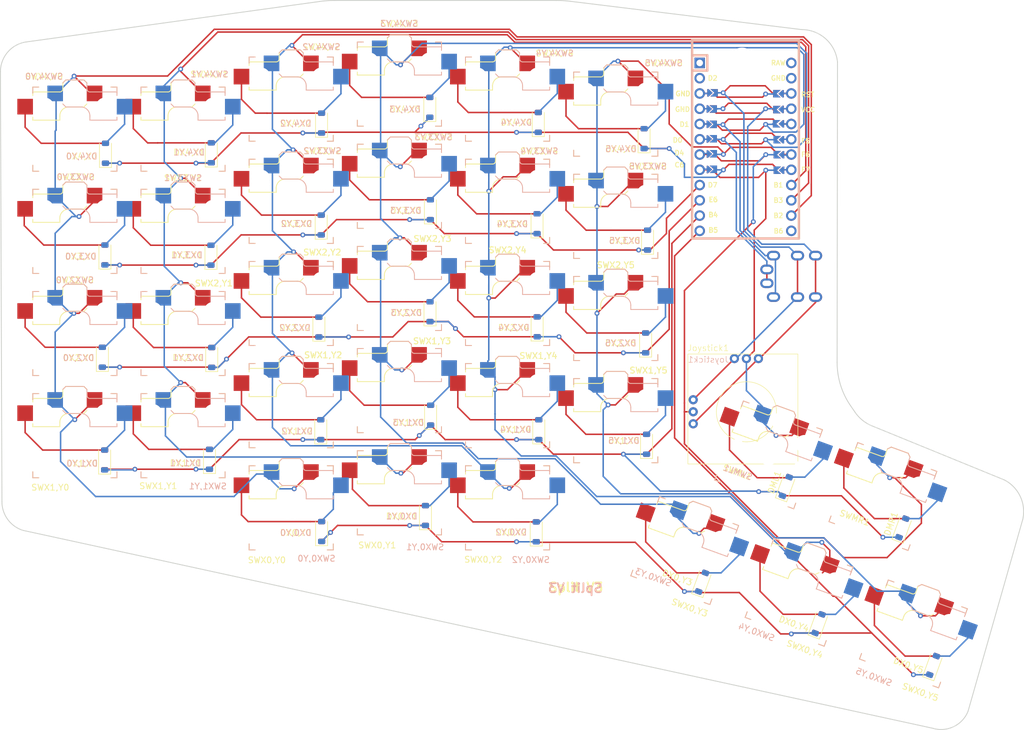
<source format=kicad_pcb>
(kicad_pcb (version 20240108) (generator "pcbnew") (generator_version "8.0")
  (layers (0 "F.Cu" signal) (31 "B.Cu" signal) (34 "B.Paste" user) (35 "F.Paste" user) (36 "B.SilkS" user "B.Silkscreen") (37 "F.SilkS" user "F.Silkscreen") (38 "B.Mask" user) (39 "F.Mask" user) (44 "Edge.Cuts" user))
  (net 0 "")
  (net 1 "Net-(DX0,Y0-A)")
  (net 2 "Net-(DX0,Y1-A)")
  (net 3 "Net-(DX0,Y2-A)")
  (net 4 "Net-(DX0,Y3-A)")
  (net 5 "Net-(DX0,Y4-A)")
  (net 6 "Net-(DX0,Y5-A)")
  (net 7 "Net-(DX1,Y0-A)")
  (net 8 "Net-(DX1,Y1-A)")
  (net 9 "Net-(DX1,Y2-A)")
  (net 10 "Net-(DX1,Y3-A)")
  (net 11 "Net-(DX1,Y4-A)")
  (net 12 "Net-(DX1,Y5-A)")
  (net 13 "Net-(DX2,Y0-A)")
  (net 15 "Net-(DX2,Y1-A)")
  (net 16 "Net-(DX2,Y2-A)")
  (net 17 "Net-(DX2,Y3-A)")
  (net 18 "Net-(DX2,Y4-A)")
  (net 19 "Net-(DX2,Y5-A)")
  (net 20 "Net-(DX3,Y0-A)")
  (net 21 "Net-(DX3,Y1-A)")
  (net 22 "Net-(DX3,Y2-A)")
  (net 23 "Net-(DX3,Y3-A)")
  (net 25 "Net-(DX3,Y4-A)")
  (net 26 "unconnected-(ProMicro1-GND-Pad4)")
  (net 27 "Net-(DX3,Y5-A)")
  (net 28 "Net-(DX4,Y0-A)")
  (net 29 "unconnected-(ProMicro1-RST-Pad22)")
  (net 30 "Net-(DX4,Y1-A)")
  (net 31 "Net-(DX4,Y2-A)")
  (net 33 "Net-(DX4,Y3-A)")
  (net 34 "Net-(DX4,Y4-A)")
  (net 35 "Net-(DX4,Y5-A)")
  (net 38 "Row0")
  (net 39 "Row1")
  (net 40 "Row2")
  (net 41 "Row3")
  (net 42 "Row4")
  (net 43 "Col5")
  (net 44 "Gnd")
  (net 45 "Col0")
  (net 46 "SCL")
  (net 47 "SDA")
  (net 48 "VCC")
  (net 49 "/Net-(DX0,Y3-A)")
  (net 50 "/Net-(DX0,Y4-A)")
  (net 51 "Col2")
  (net 52 "Col1")
  (net 53 "Col4")
  (net 54 "Col3")
  (net 55 "Joy2")
  (net 56 "Joy1")
  (footprint "Custom:D_SOD-123_bothside" (layer "F.Cu") (at 132.601803 91.98391 90)
    (property "Reference" "DX3,Y2")
    (property "Value" "~")
  )
  (footprint "Custom:D_SOD-123_bothside" (layer "F.Cu") (at 186.734423 128.462226 90)
    (property "Reference" "DX1,Y5")
    (property "Value" "~")
  )
  (footprint "keyswitches.pretty-master:Kailh_socket_PG1350_optional_reversible" (layer "F.Cu") (at 91.61 127.04)
    (property "Reference" "SWX1,Y0" (hide yes))
    (property "Value" "~")
  )
  (footprint "Custom:D_SOD-123_bothside" (layer "F.Cu") (at 150.762593 89.43697 90)
    (property "Reference" "DX3,Y3")
    (property "Value" "~")
  )
  (footprint "keyswitches.pretty-master:Kailh_socket_PG1350_optional_reversible" (layer "F.Cu") (at 91.61 76.04)
    (property "Reference" "SWX4,Y0")
    (property "Value" "~")
  )
  (footprint "arduino:joystick" (layer "F.Cu") (at 203.350629 123.059163 90)
    (property "Reference" "Joystick1")
    (property "Value" "~")
  )
  (footprint "keyswitches.pretty-master:Kailh_socket_PG1350_optional_reversible" (layer "F.Cu") (at 181.61 124.54)
    (property "Reference" "SWX1,Y5")
    (property "Value" "~")
  )
  (footprint "keyswitches.pretty-master:Kailh_socket_PG1350_optional_reversible" (layer "F.Cu") (at 163.61 122.04)
    (property "Reference" "SWX1,Y4")
    (property "Value" "~")
  )
  (footprint "Custom:D_SOD-123_bothside" (layer "F.Cu") (at 132.211251 108.961614 90)
    (property "Reference" "DX2,Y2")
    (property "Value" "~")
  )
  (footprint "keyswitches.pretty-master:Kailh_socket_PG1350_optional_reversible" (layer "F.Cu") (at 193.082449 146.168184 -20)
    (property "Reference" "SWX0,Y3")
    (property "Value" "~")
  )
  (footprint "Custom:D_SOD-123_bothside" (layer "F.Cu") (at 96.568428 131.076583 90)
    (property "Reference" "DX1,Y0")
    (property "Value" "~")
  )
  (footprint "keyswitches.pretty-master:Kailh_socket_PG1350_optional_reversible" (layer "F.Cu") (at 109.61 93.04)
    (property "Reference" "SWX3,Y1")
    (property "Value" "~")
  )
  (footprint "MountingHole:MountingHole_4.3mm_M4_ISO14580" (layer "F.Cu") (at 202.621115 64.619518)
    (property "Reference" "REF**" (hide yes))
    (property "Value" "MountingHole_4.3mm_M4_ISO14580" (hide yes))
  )
  (footprint "Custom:D_SOD-123_bothside" (layer "F.Cu") (at 132.656338 75.021168 90)
    (property "Reference" "DX4,Y2")
    (property "Value" "~")
  )
  (footprint "Custom:D_SOD-123_bothside" (layer "F.Cu") (at 150.66948 72.400404 90)
    (property "Reference" "DX4,Y3")
    (property "Value" "~")
  )
  (footprint "Keebio-Parts.pretty-master:ArduinoProMicro" (layer "F.Cu") (at 203.2 78.986268)
    (property "Reference" "ProMicro1" (hide yes))
    (property "Value" "~" (hide yes))
  )
  (footprint "Custom:D_SOD-123_bothside" (layer "F.Cu") (at 168.51735 91.762437 90)
    (property "Reference" "DX3,Y4")
    (property "Value" "~")
  )
  (footprint "Custom:D_SOD-123_bothside" (layer "F.Cu") (at 234.397728 165.259317 70)
    (property "Reference" "DX0,Y5")
    (property "Value" "~")
  )
  (footprint "Custom:D_SOD-123_bothside" (layer "F.Cu") (at 114.00943 130.965847 90)
    (property "Reference" "DX1,Y1")
    (property "Value" "~")
  )
  (footprint "Custom:D_SOD-123_bothside" (layer "F.Cu") (at 229.29982 142.385736 70)
    (property "Reference" "DMR1")
    (property "Value" "~")
  )
  (footprint "Custom:D_SOD-123_bothside" (layer "F.Cu") (at 215.351045 158.319828 70)
    (property "Reference" "DX0,Y4")
    (property "Value" "~")
  )
  (footprint "Custom:D_SOD-123_bothside" (layer "F.Cu") (at 150.802734 123.615948 90)
    (property "Reference" "DX1,Y3")
    (property "Value" "~")
  )
  (footprint "Custom:D_SOD-123_bothside" (layer "F.Cu") (at 114.310987 79.9674 90)
    (property "Reference" "DX4,Y1")
    (property "Value" "~")
  )
  (footprint "keyswitches.pretty-master:Kailh_socket_PG1350_optional_reversible" (layer "F.Cu") (at 127.61 88.04)
    (property "Reference" "SWX3,Y2")
    (property "Value" "~")
  )
  (footprint "keyswitches.pretty-master:Kailh_socket_PG1350_optional_reversible" (layer "F.Cu") (at 145.61 68.54)
    (property "Reference" "SWX4,Y3")
    (property "Value" "~")
  )
  (footprint "Custom:D_SOD-123_bothside" (layer "F.Cu") (at 168.532832 108.924702 90)
    (property "Reference" "DX2,Y4")
    (property "Value" "~")
  )
  (footprint "keyswitches.pretty-master:Kailh_socket_PG1350_optional_reversible" (layer "F.Cu") (at 127.61 105.04)
    (property "Reference" "SWX2,Y2")
    (property "Value" "~")
  )
  (footprint "Custom:D_SOD-123_bothside" (layer "F.Cu") (at 186.326641 77.60502 90)
    (property "Reference" "DX4,Y5")
    (property "Value" "~")
  )
  (footprint "keyswitches.pretty-master:Kailh_socket_PG1350_optional_reversible" (layer "F.Cu") (at 127.61 139.04)
    (property "Reference" "SWX0,Y0")
    (property "Value" "~")
  )
  (footprint "arduino:TRRS-PJ-320A-dual" (layer "F.Cu") (at 218.055848 101.679405 -90)
    (property "Reference" "J1" (hide yes))
    (property "Value" "AudioJack4" (hide yes))
  )
  (footprint "Custom:D_SOD-123_bothside" (layer "F.Cu") (at 168.803195 126.039087 90)
    (property "Reference" "DX1,Y4")
    (property "Value" "~")
  )
  (footprint "Custom:D_SOD-123_bothside" (layer "F.Cu") (at 96.612432 96.967053 90)
    (property "Reference" "DX3,Y0")
    (property "Value" "~")
  )
  (footprint "keyswitches.pretty-master:Kailh_socket_PG1350_optional_reversible" (layer "F.Cu") (at 163.61 88.04)
    (property "Reference" "SWX3,Y4")
    (property "Value" "~")
  )
  (footprint "keyswitches.pretty-master:Kailh_socket_PG1350_optional_reversible" (layer "F.Cu") (at 181.61 107.54)
    (property "Reference" "SWX2,Y5")
    (property "Value" "~")
  )
  (footprint "Custom:D_SOD-123_bothside" (layer "F.Cu") (at 114.256452 97.003966 90)
    (property "Reference" "DX3,Y1")
    (property "Value" "~")
  )
  (footprint "keyswitches.pretty-master:Kailh_socket_PG1350_optional_reversible" (layer "F.Cu") (at 109.61 110.04)
    (property "Reference" "SWX2,Y1")
    (property "Value" "~")
  )
  (footprint "Custom:D_SOD-123_bothside" (layer "F.Cu") (at 195.961602 151.417159 70)
    (property "Reference" "DX0,Y3")
    (property "Value" "~")
  )
  (footprint "keyswitches.pretty-master:Kailh_socket_PG1350_optional_reversible" (layer "F.Cu") (at 145.61 119.54)
    (property "Reference" "SWX1,Y3")
    (property "Value" "~")
  )
  (footprint "keyswitches.pretty-master:Kailh_socket_PG1350_optional_reversible" (layer "F.Cu") (at 226.06 137.16 -20)
    (property "Reference" "SWMR1")
    (property "Value" "~")
  )
  (footprint "keyswitches.pretty-master:Kailh_socket_PG1350_optional_reversible" (layer "F.Cu") (at 231.14 160.02 -20)
    (property "Reference" "SWX0,Y5")
    (property "Value" "~")
  )
  (footprint "Custom:D_SOD-123_bothside" (layer "F.Cu") (at 168.381064 143.036128 90)
    (property "Reference" "DX0,Y2")
    (property "Value" "~")
  )
  (footprint "keyswitches.pretty-master:Kailh_socket_PG1350_optional_reversible" (layer "F.Cu") (at 163.61 105.04)
    (property "Reference" "SWX2,Y4")
    (property "Value" "~")
  )
  (footprint "keyswitches.pretty-master:Kailh_socket_PG1350_optional_reversible" (layer "F.Cu") (at 127.61 122.04)
    (property "Reference" "SWX1,Y2")
    (property "Value" "~")
  )
  (footprint "MountingHole:MountingHole_4.3mm_M4_ISO14580" (layer "F.Cu") (at 200.173289 105.15974)
    (property "Reference" "REF**" (hide yes))
    (property "Value" "MountingHole_4.3mm_M4_ISO14580" (hide yes))
  )
  (footprint "Custom:D_SOD-123_bothside" (layer "F.Cu") (at 186.899613 94.493938 90)
    (property "Reference" "DX3,Y5")
    (property "Value" "~")
  )
  (footprint "Custom:D_SOD-123_bothside" (layer "F.Cu") (at 96.70388 80.041224 90)
    (property "Reference" "DX4,Y0")
    (property "Value" "~")
  )
  (footprint "keyswitches.pretty-master:Kailh_socket_PG1350_optional_reversible" (layer "F.Cu") (at 207.031224 130.234092 -20)
    (property "Reference" "SWML1")
    (property "Value" "~")
  )
  (footprint "keyswitches.pretty-master:Kailh_socket_PG1350_optional_reversible" (layer "F.Cu") (at 145.61 136.54)
    (property "Reference" "SWX0,Y1")
    (property "Value" "~")
  )
  (footprint "Custom:D_SOD-123_bothside" (layer "F.Cu") (at 209.910377 135.483067 70)
    (property "Reference" "DML1")
    (property "Value" "~")
  )
  (footprint "keyswitches.pretty-master:Kailh_socket_PG1350_optional_reversible" (layer "F.Cu") (at 163.61 71.04)
    (property "Reference" "SWX4,Y4")
    (property "Value" "~")
  )
  (footprint "keyswitches.pretty-master:Kailh_socket_PG1350_optional_reversible" (layer "F.Cu") (at 212.111225 153.094092 -20)
    (property "Reference" "SWX0,Y4")
    (property "Value" "~")
  )
  (footprint "keyswitches.pretty-master:Kailh_socket_PG1350_optional_reversible" (layer "F.Cu") (at 145.61 102.54)
    (property "Reference" "SWX2,Y3")
    (property "Value" "~")
  )
  (footprint "keyswitches.pretty-master:Kailh_socket_PG1350_optional_reversible" (layer "F.Cu") (at 145.61 85.54)
    (property "Reference" "SWX3,Y3")
    (property "Value" "~")
  )
  (footprint "keyswitches.pretty-master:Kailh_socket_PG1350_optional_reversible" (layer "F.Cu") (at 163.61 139.04)
    (property "Reference" "SWX0,Y2")
    (property "Value" "~")
  )
  (footprint "keyswitches.pretty-master:Kailh_socket_PG1350_optional_reversible" (layer "F.Cu") (at 109.61 127.04)
    (property "Reference" "SWX1,Y1")
    (property "Value" "~")
  )
  (footprint "Custom:D_SOD-123_bothside" (layer "F.Cu") (at 132.525342 126.039087 90)
    (property "Reference" "DX1,Y2")
    (property "Value" "~")
  )
  (footprint "keyswitches.pretty-master:Kailh_socket_PG1350_optional_reversible" (layer "F.Cu") (at 181.61 73.54)
    (property "Reference" "SWX4,Y5")
    (property "Value" "~")
  )
  (footprint "MountingHole:MountingHole_4.3mm_M4_ISO14580" (layer "F.Cu") (at 241.3 142.24)
    (property "Reference" "REF**" (hide yes))
    (property "Value" "MountingHole_4.3mm_M4_ISO14580" (hide yes))
  )
  (footprint "Custom:D_SOD-123_bothside" (layer "F.Cu") (at 96.184969 113.98167 90)
    (property "Reference" "DX2,Y0")
    (property "Value" "~")
  )
  (footprint "keyswitches.pretty-master:Kailh_socket_PG1350_optional_reversible" (layer "F.Cu") (at 91.61 93.04)
    (property "Reference" "SWX3,Y0")
    (property "Value" "~")
  )
  (footprint "Custom:D_SOD-123_bothside" (layer "F.Cu") (at 186.582733 111.600911 90)
    (property "Reference" "DX2,Y5")
    (property "Value" "~")
  )
  (footprint "MountingHole:MountingHole_4.3mm_M4_ISO14580" (layer "F.Cu") (at 105.248758 63.108852)
    (property "Reference" "REF**" (hide yes))
    (property "Value" "MountingHole_4.3mm_M4_ISO14580" (hide yes))
  )
  (footprint "MountingHole:MountingHole_4.3mm_M4_ISO14580" (layer "F.Cu") (at 112.646985 141.498878)
    (property "Reference" "REF**" (hide yes))
    (property "Value" "MountingHole_4.3mm_M4_ISO14580" (hide yes))
  )
  (footprint "Custom:D_SOD-123_bothside" (layer "F.Cu") (at 114.382671 114.018582 90)
    (property "Reference" "DX2,Y1")
    (property "Value" "~")
  )
  (footprint "keyswitches.pretty-master:Kailh_socket_PG1350_optional_reversible" (layer "F.Cu") (at 109.61 76.04)
    (property "Reference" "SWX4,Y1")
    (property "Value" "~")
  )
  (footprint "Custom:D_SOD-123_bothside" (layer "F.Cu") (at 132.668535 142.98076 90)
    (property "Reference" "DX0,Y0")
    (property "Value" "~")
  )
  (footprint "keyswitches.pretty-master:Kailh_socket_PG1350_optional_reversible" (layer "F.Cu") (at 181.61 90.54)
    (property "Reference" "SWX3,Y5")
    (property "Value" "~")
  )
  (footprint "Custom:D_SOD-123_bothside" (layer "F.Cu") (at 150.704251 106.403335 90)
    (property "Reference" "DX2,Y3")
    (property "Value" "~")
  )
  (footprint "keyswitches.pretty-master:Kailh_socket_PG1350_optional_reversible" (layer "F.Cu") (at 91.61 110.04)
    (property "Reference" "SWX2,Y0")
    (property "Value" "~")
  )
  (footprint "Custom:D_SOD-123_bothside" (layer "F.Cu") (at 168.719533 74.910432 90)
    (property "Reference" "DX4,Y4")
    (property "Value" "~")
  )
  (footprint "Custom:D_SOD-123_bothside" (layer "F.Cu") (at 149.943433 140.323083 90)
    (property "Reference" "DX0,Y1")
    (property "Value" "~")
  )
  (footprint "keyswitches.pretty-master:Kailh_socket_PG1350_optional_reversible" (layer "F.Cu") (at 127.61 71.04)
    (property "Reference" "SWX4,Y2")
    (property "Value" "~")
  )
  (gr_line (start 79.477279 138.022361) (end 79.229999 66.473551) (stroke (width 0.15)) (layer "Edge.Cuts"))
  (gr_line (start 246.255809 134.396385) (end 224.253241 125.409604) (stroke (width 0.15)) (layer "Edge.Cuts"))
  (gr_arc (start 82.987736 142.795333) (mid 80.449407 140.984814) (end 79.477279 138.022361) (stroke (width 0.15)) (layer "Edge.Cuts"))
  (gr_arc (start 220.681757 122.053089) (mid 219.014606 118.616456) (end 218.444728 114.839545) (stroke (width 0.15)) (layer "Edge.Cuts"))
  (gr_arc (start 212.538998 59.46938) (mid 216.559016 61.015945) (end 218.504473 64.85881) (stroke (width 0.15)) (layer "Edge.Cuts"))
  (gr_line (start 174.03635 54.760868) (end 212.538998 59.46938) (stroke (width 0.15)) (layer "Edge.Cuts"))
  (gr_arc (start 240.233758 172.877296) (mid 237.851054 175.443177) (end 234.360737 175.723727) (stroke (width 0.15)) (layer "Edge.Cuts"))
  (gr_line (start 83.542158 61.521089) (end 132.280238 54.798664) (stroke (width 0.15)) (layer "Edge.Cuts"))
  (gr_line (start 218.504474 64.85881) (end 218.444728 114.839545) (stroke (width 0.15)) (layer "Edge.Cuts"))
  (gr_line (start 234.360737 175.723727) (end 82.987736 142.795333) (stroke (width 0.15)) (layer "Edge.Cuts"))
  (gr_line (start 249.32837 140.9769) (end 240.233759 172.877297) (stroke (width 0.15)) (layer "Edge.Cuts"))
  (gr_arc (start 132.280238 54.798664) (mid 133.578634 54.664721) (end 134.883154 54.62) (stroke (width 0.15)) (layer "Edge.Cuts"))
  (gr_arc (start 246.255809 134.396385) (mid 248.919996 137.160003) (end 249.32837 140.9769) (stroke (width 0.15)) (layer "Edge.Cuts"))
  (gr_line (start 134.883154 54.62) (end 171.723941 54.62) (stroke (width 0.15)) (layer "Edge.Cuts"))
  (gr_arc (start 79.229999 66.473551) (mid 80.45911 63.190199) (end 83.542158 61.521089) (stroke (width 0.15)) (layer "Edge.Cuts"))
  (gr_arc (start 224.253241 125.409604) (mid 222.671483 124.476723) (end 221.422813 123.130228) (stroke (width 0.15)) (layer "Edge.Cuts"))
  (gr_arc (start 171.723941 54.62) (mid 172.882289 54.65525) (end 174.03635 54.760868) (stroke (width 0.15)) (layer "Edge.Cuts"))
  (gr_line (start 220.681757 122.053089) (end 221.422813 123.130228) (stroke (width 0.15)) (layer "Edge.Cuts"))
  (gr_text "Split V3" (at 179.571133 153.280314 -0) (layer "B.SilkS") (effects (font (size 1.5 1.5) (thickness 0.3) (bold yes)) (justify left bottom mirror)))
  (gr_text "Joystick1" (at 197.048913 114.372275 -0) (layer "B.SilkS") (effects (font (size 1 1) (thickness 0.1)) (justify mirror)))
  (gr_text "Split V3" (at 170.280243 153.164281 0) (layer "F.SilkS") (effects (font (size 1.5 1.5) (thickness 0.3) (bold yes)) (justify left bottom)))
  (segment (start 119.335 135.29) (end 119.335 140.2209) (width 0.25) (layer "F.Cu") (net 1))
  (segment (start 120.44486 141.33076) (end 130.81 141.33076) (width 0.25) (layer "F.Cu") (net 1))
  (segment (start 119.335 140.2209) (end 120.44486 141.33076) (width 0.25) (layer "F.Cu") (net 1))
  (segment (start 130.81 141.33076) (end 132.668535 141.33076) (width 0.25) (layer "F.Cu") (net 1))
  (segment (start 132.746322 141.137362) (end 134.62 139.263684) (width 0.25) (layer "B.Cu") (net 1))
  (segment (start 132.668244 141.33076) (end 132.668535 141.331051) (width 0.25) (layer "B.Cu") (net 1))
  (segment (start 134.62 139.263684) (end 134.62 136.555) (width 0.25) (layer "B.Cu") (net 1))
  (segment (start 134.62 136.555) (end 135.885 135.29) (width 0.25) (layer "B.Cu") (net 1))
  (segment (start 137.795 135.958684) (end 140.509399 138.673083) (width 0.25) (layer "F.Cu") (net 2))
  (segment (start 137.795 133.25) (end 137.795 135.958684) (width 0.25) (layer "F.Cu") (net 2))
  (segment (start 140.509399 138.673083) (end 149.943433 138.673083) (width 0.25) (layer "F.Cu") (net 2))
  (segment (start 137.335 132.79) (end 137.795 133.25) (width 0.25) (layer "F.Cu") (net 2))
  (segment (start 150.71031 138.673374) (end 149.943433 138.673374) (width 0.25) (layer "B.Cu") (net 2))
  (segment (start 153.885 132.79) (end 153.885 135.498684) (width 0.25) (layer "B.Cu") (net 2))
  (segment (start 153.885 135.498684) (end 150.71031 138.673374) (width 0.25) (layer "B.Cu") (net 2))
  (segment (start 157.8591 141.386128) (end 168.381064 141.386128) (width 0.25) (layer "F.Cu") (net 3))
  (segment (start 155.335 138.862028) (end 157.8591 141.386128) (width 0.25) (layer "F.Cu") (net 3))
  (segment (start 155.335 135.29) (end 154.305 136.32) (width 0.25) (layer "F.Cu") (net 3))
  (segment (start 155.335 135.29) (end 155.335 138.862028) (width 0.25) (layer "F.Cu") (net 3))
  (segment (start 171.885 138.482483) (end 168.981064 141.386419) (width 0.25) (layer "B.Cu") (net 3))
  (segment (start 168.981064 141.386419) (end 168.381064 141.386419) (width 0.25) (layer "B.Cu") (net 3))
  (segment (start 171.885 135.29) (end 171.885 138.482483) (width 0.25) (layer "B.Cu") (net 3))
  (segment (start 186.589068 139.81412) (end 186.589068 144.695685) (width 0.25) (layer "F.Cu") (net 4))
  (segment (start 191.760049 149.866666) (end 196.525935 149.866666) (width 0.25) (layer "F.Cu") (net 4))
  (segment (start 186.589068 144.695685) (end 191.760049 149.866666) (width 0.25) (layer "F.Cu") (net 4))
  (segment (start 202.140981 145.474553) (end 202.140981 146.857984) (width 0.25) (layer "B.Cu") (net 4))
  (segment (start 199.132025 149.86694) (end 196.525836 149.86694) (width 0.25) (layer "B.Cu") (net 4))
  (segment (start 202.140981 146.857984) (end 199.132025 149.86694) (width 0.25) (layer "B.Cu") (net 4))
  (segment (start 209.46 156.755) (end 215.901043 156.755) (width 0.25) (layer "F.Cu") (net 5))
  (segment (start 205.617844 152.912844) (end 209.46 156.755) (width 0.25) (layer "F.Cu") (net 5))
  (segment (start 215.901043 156.755) (end 215.915378 156.769335) (width 0.25) (layer "F.Cu") (net 5))
  (segment (start 205.617844 146.740028) (end 205.617844 152.912844) (width 0.25) (layer "F.Cu") (net 5))
  (segment (start 221.169757 153.783892) (end 218.18404 156.769609) (width 0.25) (layer "B.Cu") (net 5))
  (segment (start 221.169757 152.400461) (end 221.169757 153.783892) (width 0.25) (layer "B.Cu") (net 5))
  (segment (start 218.18404 156.769609) (end 215.915279 156.769609) (width 0.25) (layer "B.Cu") (net 5))
  (segment (start 224.646619 153.665936) (end 224.646619 158.606619) (width 0.25) (layer "F.Cu") (net 6))
  (segment (start 229.748824 163.708824) (end 234.962061 163.708824) (width 0.25) (layer "F.Cu") (net 6))
  (segment (start 224.646619 158.606619) (end 229.748824 163.708824) (width 0.25) (layer "F.Cu") (net 6))
  (segment (start 237.199234 163.709098) (end 234.961962 163.709098) (width 0.25) (layer "B.Cu") (net 6))
  (segment (start 240.198532 160.7098) (end 237.199234 163.709098) (width 0.25) (layer "B.Cu") (net 6))
  (segment (start 240.198532 159.326369) (end 240.198532 160.7098) (width 0.25) (layer "B.Cu") (net 6))
  (segment (start 86.246583 129.426583) (end 96.568428 129.426583) (width 0.25) (layer "F.Cu") (net 7))
  (segment (start 83.335 126.515) (end 86.246583 129.426583) (width 0.25) (layer "F.Cu") (net 7))
  (segment (start 83.335 123.29) (end 83.335 126.515) (width 0.25) (layer "F.Cu") (net 7))
  (segment (start 99.885 123.29) (end 99.885 126.110302) (width 0.25) (layer "B.Cu") (net 7))
  (segment (start 99.885 126.110302) (end 96.568428 129.426874) (width 0.25) (layer "B.Cu") (net 7))
  (segment (start 101.335 123.29) (end 101.335 126.735) (width 0.25) (layer "F.Cu") (net 8))
  (segment (start 101.335 126.735) (end 103.915847 129.315847) (width 0.25) (layer "F.Cu") (net 8))
  (segment (start 103.915847 129.315847) (end 114.00943 129.315847) (width 0.25) (layer "F.Cu") (net 8))
  (segment (start 117.885 125.998684) (end 114.567546 129.316138) (width 0.25) (layer "B.Cu") (net 8))
  (segment (start 117.885 123.29) (end 117.885 125.998684) (width 0.25) (layer "B.Cu") (net 8))
  (segment (start 114.567546 129.316138) (end 114.00943 129.316138) (width 0.25) (layer "B.Cu") (net 8))
  (segment (start 119.335 121.875) (end 121.849087 124.389087) (width 0.25) (layer "F.Cu") (net 9))
  (segment (start 119.335 118.29) (end 119.335 121.875) (width 0.25) (layer "F.Cu") (net 9))
  (segment (start 121.849087 124.389087) (end 132.525342 124.389087) (width 0.25) (layer "F.Cu") (net 9))
  (segment (start 135.885 118.29) (end 135.885 121.02972) (width 0.25) (layer "B.Cu") (net 9))
  (segment (start 135.885 121.02972) (end 132.525342 124.389378) (width 0.25) (layer "B.Cu") (net 9))
  (segment (start 137.335 115.79) (end 137.335 119.555) (width 0.25) (layer "F.Cu") (net 10))
  (segment (start 137.335 119.555) (end 139.745948 121.965948) (width 0.25) (layer "F.Cu") (net 10))
  (segment (start 139.745948 121.965948) (end 150.802734 121.965948) (width 0.25) (layer "F.Cu") (net 10))
  (segment (start 153.885 115.79) (end 153.885 118.883973) (width 0.25) (layer "B.Cu") (net 10))
  (segment (start 153.885 118.883973) (end 150.802734 121.966239) (width 0.25) (layer "B.Cu") (net 10))
  (segment (start 159.271301 124.38775) (end 159.272638 124.389087) (width 0.25) (layer "F.Cu") (net 11))
  (segment (start 155.335 122.315) (end 157.40775 124.38775) (width 0.25) (layer "F.Cu") (net 11))
  (segment (start 159.272638 124.389087) (end 168.803195 124.389087) (width 0.25) (layer "F.Cu") (net 11))
  (segment (start 157.40775 124.38775) (end 159.271301 124.38775) (width 0.25) (layer "F.Cu") (net 11))
  (segment (start 155.335 118.29) (end 155.335 122.315) (width 0.25) (layer "F.Cu") (net 11))
  (segment (start 171.885 121.307573) (end 168.803195 124.389378) (width 0.25) (layer "B.Cu") (net 11))
  (segment (start 171.885 118.29) (end 171.885 121.307573) (width 0.25) (layer "B.Cu") (net 11))
  (segment (start 176.647552 126.811236) (end 182.613705 126.811236) (width 0.25) (layer "F.Cu") (net 12))
  (segment (start 182.613705 126.811236) (end 182.614695 126.812226) (width 0.25) (layer "F.Cu") (net 12))
  (segment (start 182.614695 126.812226) (end 186.734423 126.812226) (width 0.25) (layer "F.Cu") (net 12))
  (segment (start 173.335 120.79) (end 173.335 123.498684) (width 0.25) (layer "F.Cu") (net 12))
  (segment (start 173.335 123.498684) (end 176.647552 126.811236) (width 0.25) (layer "F.Cu") (net 12))
  (segment (start 189.885 120.79) (end 189.885 123.66194) (width 0.25) (layer "B.Cu") (net 12))
  (segment (start 189.885 123.66194) (end 186.734423 126.812517) (width 0.25) (layer "B.Cu") (net 12))
  (segment (start 83.335 108.998684) (end 86.667986 112.33167) (width 0.25) (layer "F.Cu") (net 13))
  (segment (start 86.667986 112.33167) (end 96.184969 112.33167) (width 0.25) (layer "F.Cu") (net 13))
  (segment (start 83.335 106.29) (end 83.335 108.998684) (width 0.25) (layer "F.Cu") (net 13))
  (segment (start 96.551723 112.331961) (end 96.184969 112.331961) (width 0.25) (layer "B.Cu") (net 13))
  (segment (start 99.885 108.998684) (end 96.551723 112.331961) (width 0.25) (layer "B.Cu") (net 13))
  (segment (start 99.885 106.29) (end 99.885 108.998684) (width 0.25) (layer "B.Cu") (net 13))
  (segment (start 101.335 108.998684) (end 104.704898 112.368582) (width 0.25) (layer "F.Cu") (net 15))
  (segment (start 101.335 106.29) (end 101.335 108.998684) (width 0.25) (layer "F.Cu") (net 15))
  (segment (start 104.704898 112.368582) (end 114.382671 112.368582) (width 0.25) (layer "F.Cu") (net 15))
  (segment (start 114.514811 112.368873) (end 114.382671 112.368873) (width 0.25) (layer "B.Cu") (net 15))
  (segment (start 117.885 106.29) (end 117.885 108.998684) (width 0.25) (layer "B.Cu") (net 15))
  (segment (start 117.885 108.998684) (end 114.514811 112.368873) (width 0.25) (layer "B.Cu") (net 15))
  (segment (start 119.335 104.095) (end 122.551614 107.311614) (width 0.25) (layer "F.Cu") (net 16))
  (segment (start 122.551614 107.311614) (end 132.211251 107.311614) (width 0.25) (layer "F.Cu") (net 16))
  (segment (start 119.335 101.29) (end 119.335 104.095) (width 0.25) (layer "F.Cu") (net 16))
  (segment (start 132.571779 107.311905) (end 132.211251 107.311905) (width 0.25) (layer "B.Cu") (net 16))
  (segment (start 135.885 103.998684) (end 132.571779 107.311905) (width 0.25) (layer "B.Cu") (net 16))
  (segment (start 135.885 101.29) (end 135.885 103.998684) (width 0.25) (layer "B.Cu") (net 16))
  (segment (start 137.335 98.79) (end 137.335 101.775) (width 0.25) (layer "F.Cu") (net 17))
  (segment (start 137.335 101.775) (end 140.313335 104.753335) (width 0.25) (layer "F.Cu") (net 17))
  (segment (start 140.313335 104.753335) (end 150.704251 104.753335) (width 0.25) (layer "F.Cu") (net 17))
  (segment (start 153.885 98.79) (end 153.885 101.572877) (width 0.25) (layer "B.Cu") (net 17))
  (segment (start 153.885 101.572877) (end 150.704251 104.753626) (width 0.25) (layer "B.Cu") (net 17))
  (segment (start 155.335 101.29) (end 155.335 104.535) (width 0.25) (layer "F.Cu") (net 18))
  (segment (start 155.335 104.535) (end 158.074702 107.274702) (width 0.25) (layer "F.Cu") (net 18))
  (segment (start 158.074702 107.274702) (end 168.532832 107.274702) (width 0.25) (layer "F.Cu") (net 18))
  (segment (start 169.132832 107.274993) (end 168.532832 107.274993) (width 0.25) (layer "B.Cu") (net 18))
  (segment (start 171.885 101.29) (end 171.885 104.522825) (width 0.25) (layer "B.Cu") (net 18))
  (segment (start 171.885 104.522825) (end 169.132832 107.274993) (width 0.25) (layer "B.Cu") (net 18))
  (segment (start 176.787227 109.950911) (end 186.582733 109.950911) (width 0.25) (layer "F.Cu") (net 19))
  (segment (start 173.335 106.498684) (end 176.787227 109.950911) (width 0.25) (layer "F.Cu") (net 19))
  (segment (start 173.335 103.79) (end 173.335 106.498684) (width 0.25) (layer "F.Cu") (net 19))
  (segment (start 189.885 103.79) (end 189.885 107.295) (width 0.25) (layer "B.Cu") (net 19))
  (segment (start 187.228798 109.951202) (end 186.582733 109.951202) (width 0.25) (layer "B.Cu") (net 19))
  (segment (start 189.885 107.295) (end 187.228798 109.951202) (width 0.25) (layer "B.Cu") (net 19))
  (segment (start 83.185 92.075) (end 86.427053 95.317053) (width 0.25) (layer "F.Cu") (net 20))
  (segment (start 83.185 89.44) (end 83.185 92.075) (width 0.25) (layer "F.Cu") (net 20))
  (segment (start 86.427053 95.317053) (end 96.612432 95.317053) (width 0.25) (layer "F.Cu") (net 20))
  (segment (start 83.335 89.29) (end 83.185 89.44) (width 0.25) (layer "F.Cu") (net 20))
  (segment (start 99.885 92.044776) (end 96.612432 95.317344) (width 0.25) (layer "B.Cu") (net 20))
  (segment (start 99.885 89.29) (end 99.885 92.044776) (width 0.25) (layer "B.Cu") (net 20))
  (segment (start 101.335 92.445) (end 104.243966 95.353966) (width 0.25) (layer "F.Cu") (net 21))
  (segment (start 101.335 89.29) (end 101.335 92.445) (width 0.25) (layer "F.Cu") (net 21))
  (segment (start 104.243966 95.353966) (end 114.256452 95.353966) (width 0.25) (layer "F.Cu") (net 21))
  (segment (start 114.529427 95.354257) (end 114.256452 95.354257) (width 0.25) (layer "B.Cu") (net 21))
  (segment (start 117.885 91.998684) (end 114.529427 95.354257) (width 0.25) (layer "B.Cu") (net 21))
  (segment (start 117.885 89.29) (end 117.885 91.998684) (width 0.25) (layer "B.Cu") (net 21))
  (segment (start 119.335 86.998684) (end 122.670226 90.33391) (width 0.25) (layer "F.Cu") (net 22))
  (segment (start 122.670226 90.33391) (end 132.601803 90.33391) (width 0.25) (layer "F.Cu") (net 22))
  (segment (start 119.335 84.29) (end 119.335 86.998684) (width 0.25) (layer "F.Cu") (net 22))
  (segment (start 135.885 84.29) (end 135.885 87.051004) (width 0.25) (layer "B.Cu") (net 22))
  (segment (start 135.885 87.051004) (end 132.601803 90.334201) (width 0.25) (layer "B.Cu") (net 22))
  (segment (start 137.335 84.498684) (end 140.623286 87.78697) (width 0.25) (layer "F.Cu") (net 23))
  (segment (start 140.623286 87.78697) (end 150.762593 87.78697) (width 0.25) (layer "F.Cu") (net 23))
  (segment (start 137.335 81.79) (end 137.335 84.498684) (width 0.25) (layer "F.Cu") (net 23))
  (segment (start 153.885 81.79) (end 153.885 84.664854) (width 0.25) (layer "B.Cu") (net 23))
  (segment (start 153.885 84.664854) (end 150.762593 87.787261) (width 0.25) (layer "B.Cu") (net 23))
  (segment (start 158.465816 90.1295) (end 168.500287 90.1295) (width 0.25) (layer "F.Cu") (net 25))
  (segment (start 155.335 84.29) (end 155.335 86.998684) (width 0.25) (layer "F.Cu") (net 25))
  (segment (start 168.500287 90.1295) (end 168.51735 90.112437) (width 0.25) (layer "F.Cu") (net 25))
  (segment (start 155.335 86.998684) (end 158.465816 90.1295) (width 0.25) (layer "F.Cu") (net 25))
  (segment (start 171.885 87.345078) (end 169.11735 90.112728) (width 0.25) (layer "B.Cu") (net 25))
  (segment (start 169.11735 90.112728) (end 168.51735 90.112728) (width 0.25) (layer "B.Cu") (net 25))
  (segment (start 171.885 84.29) (end 171.885 87.345078) (width 0.25) (layer "B.Cu") (net 25))
  (segment (start 199.45 72.636268) (end 200.364708 71.72156) (width 0.25) (layer "F.Cu") (net 26))
  (segment (start 206.735292 71.72156) (end 208.2 73.186268) (width 0.25) (layer "F.Cu") (net 26))
  (segment (start 196.9 72.636268) (end 197 72.736268) (width 0.25) (layer "F.Cu") (net 26))
  (segment (start 200.364708 71.72156) (end 206.735292 71.72156) (width 0.25) (layer "F.Cu") (net 26))
  (segment (start 195.58 72.636268) (end 196.9 72.636268) (width 0.25) (layer "F.Cu") (net 26))
  (segment (start 198.5 72.636268) (end 198.05 73.086268) (width 0.25) (layer "B.Cu") (net 26))
  (segment (start 195.58 72.636268) (end 196.970418 72.636268) (width 0.25) (layer "B.Cu") (net 26))
  (segment (start 199.45 72.636268) (end 198.5 72.636268) (width 0.25) (layer "B.Cu") (net 26))
  (segment (start 196.970418 72.636268) (end 196.994958 72.611728) (width 0.25) (layer "B.Cu") (net 26))
  (segment (start 176.680254 92.843938) (end 186.899613 92.843938) (width 0.25) (layer "F.Cu") (net 27))
  (segment (start 173.335 89.515) (end 175.26 91.44) (width 0.25) (layer "F.Cu") (net 27))
  (segment (start 173.335 86.79) (end 173.335 89.515) (width 0.25) (layer "F.Cu") (net 27))
  (segment (start 175.276316 91.44) (end 176.680254 92.843938) (width 0.25) (layer "F.Cu") (net 27))
  (segment (start 175.26 91.44) (end 175.276316 91.44) (width 0.25) (layer "F.Cu") (net 27))
  (segment (start 189.885 89.858842) (end 186.899613 92.844229) (width 0.25) (layer "B.Cu") (net 27))
  (segment (start 189.885 86.79) (end 189.885 89.858842) (width 0.25) (layer "B.Cu") (net 27))
  (segment (start 83.335 75.715) (end 86.011513 78.391513) (width 0.25) (layer "F.Cu") (net 28))
  (segment (start 87.961023 78.391513) (end 87.961312 78.391224) (width 0.25) (layer "F.Cu") (net 28))
  (segment (start 87.961312 78.391224) (end 96.70388 78.391224) (width 0.25) (layer "F.Cu") (net 28))
  (segment (start 86.011513 78.391513) (end 87.961023 78.391513) (width 0.25) (layer "F.Cu") (net 28))
  (segment (start 83.335 72.29) (end 83.335 75.715) (width 0.25) (layer "F.Cu") (net 28))
  (segment (start 99.885 75.210395) (end 96.70388 78.391515) (width 0.25) (layer "B.Cu") (net 28))
  (segment (start 99.885 72.29) (end 99.885 75.210395) (width 0.25) (layer "B.Cu") (net 28))
  (segment (start 206.55 70.186268) (end 206.024999 70.711269) (width 0.25) (layer "F.Cu") (net 29))
  (segment (start 198.51585 70.711269) (end 198.193063 70.388482) (width 0.25) (layer "F.Cu") (net 29))
  (segment (start 209.31 70.096268) (end 209.3 70.086268) (width 0.25) (layer "F.Cu") (net 29))
  (segment (start 206.024999 70.711269) (end 198.51585 70.711269) (width 0.25) (layer "F.Cu") (net 29))
  (segment (start 210.82 70.096268) (end 209.31 70.096268) (width 0.25) (layer "F.Cu") (net 29))
  (segment (start 209.419582 70.096268) (end 209.305042 70.210808) (width 0.25) (layer "B.Cu") (net 29))
  (segment (start 210.82 70.096268) (end 209.419582 70.096268) (width 0.25) (layer "B.Cu") (net 29))
  (segment (start 207.742672 70.186268) (end 208.196592 69.732348) (width 0.25) (layer "B.Cu") (net 29))
  (segment (start 206.55 70.186268) (end 207.742672 70.186268) (width 0.25) (layer "B.Cu") (net 29))
  (segment (start 105.396519 78.3174) (end 114.310987 78.3174) (width 0.25) (layer "F.Cu") (net 30))
  (segment (start 101.335 72.29) (end 101.335 75.935) (width 0.25) (layer "F.Cu") (net 30))
  (segment (start 105.387747 78.326172) (end 105.396519 78.3174) (width 0.25) (layer "F.Cu") (net 30))
  (segment (start 101.335 75.935) (end 103.726172 78.326172) (width 0.25) (layer "F.Cu") (net 30))
  (segment (start 103.726172 78.326172) (end 105.387747 78.326172) (width 0.25) (layer "F.Cu") (net 30))
  (segment (start 117.885 75.343678) (end 114.910987 78.317691) (width 0.25) (layer "B.Cu") (net 30))
  (segment (start 114.910987 78.317691) (end 114.310987 78.317691) (width 0.25) (layer "B.Cu") (net 30))
  (segment (start 117.885 72.29) (end 117.885 75.343678) (width 0.25) (layer "B.Cu") (net 30))
  (segment (start 121.629594 73.369594) (end 123.598464 73.369594) (width 0.25) (layer "F.Cu") (net 31))
  (segment (start 119.335 67.29) (end 119.335 71.075) (width 0.25) (layer "F.Cu") (net 31))
  (segment (start 119.335 71.075) (end 121.629594 73.369594) (width 0.25) (layer "F.Cu") (net 31))
  (segment (start 123.598464 73.369594) (end 123.600038 73.371168) (width 0.25) (layer "F.Cu") (net 31))
  (segment (start 123.600038 73.371168) (end 132.656338 73.371168) (width 0.25) (layer "F.Cu") (net 31))
  (segment (start 135.885 70.142797) (end 132.656338 73.371459) (width 0.25) (layer "B.Cu") (net 31))
  (segment (start 135.885 67.29) (end 135.885 70.142797) (width 0.25) (layer "B.Cu") (net 31))
  (segment (start 139.330404 70.750404) (end 150.66948 70.750404) (width 0.25) (layer "F.Cu") (net 33))
  (segment (start 137.335 68.755) (end 139.330404 70.750404) (width 0.25) (layer "F.Cu") (net 33))
  (segment (start 137.335 64.79) (end 137.335 68.755) (width 0.25) (layer "F.Cu") (net 33))
  (segment (start 153.885 64.79) (end 153.885 67.535175) (width 0.25) (layer "B.Cu") (net 33))
  (segment (start 153.885 67.535175) (end 150.66948 70.750695) (width 0.25) (layer "B.Cu") (net 33))
  (segment (start 155.335 71.515) (end 157.080432 73.260432) (width 0.25) (layer "F.Cu") (net 34))
  (segment (start 157.080432 73.260432) (end 168.719533 73.260432) (width 0.25) (layer "F.Cu") (net 34))
  (segment (start 155.335 67.29) (end 155.335 71.515) (width 0.25) (layer "F.Cu") (net 34))
  (segment (start 171.885 67.29) (end 171.885 70.095256) (width 0.25) (layer "B.Cu") (net 34))
  (segment (start 171.885 70.095256) (end 168.719533 73.260723) (width 0.25) (layer "B.Cu") (net 34))
  (segment (start 173.335 73.874608) (end 175.415412 75.95502) (width 0.25) (layer "F.Cu") (net 35))
  (segment (start 173.335 69.79) (end 173.335 73.874608) (width 0.25) (layer "F.Cu") (net 35))
  (segment (start 175.415412 75.95502) (end 186.326641 75.95502) (width 0.25) (layer "F.Cu") (net 35))
  (segment (start 186.926641 75.955311) (end 186.326641 75.955311) (width 0.25) (layer "B.Cu") (net 35))
  (segment (start 189.885 72.996952) (end 186.926641 75.955311) (width 0.25) (layer "B.Cu") (net 35))
  (segment (start 189.885 69.79) (end 189.885 72.996952) (width 0.25) (layer "B.Cu") (net 35))
  (segment (start 149.943433 141.973083) (end 147.32 141.973083) (width 0.25) (layer "F.Cu") (net 38))
  (segment (start 195.569613 153.139996) (end 195.397269 152.967652) (width 0.25) (layer "F.Cu") (net 38))
  (segment (start 168.474936 144.78) (end 168.381064 144.686128) (width 0.25) (layer "F.Cu") (net 38))
  (segment (start 165.1 144.686128) (end 152.656478 144.686128) (width 0.25) (layer "F.Cu") (net 38))
  (segment (start 217.772473 153.749303) (end 213.401091 149.377921) (width 0.25) (layer "F.Cu") (net 38))
  (segment (start 231.14 166.80981) (end 224.200511 159.870321) (width 0.25) (layer "F.Cu") (net 38))
  (segment (start 202.162181 153.139996) (end 195.569613 153.139996) (width 0.25) (layer "F.Cu") (net 38))
  (segment (start 210.817485 160.022515) (end 209.0447 160.022515) (width 0.25) (layer "F.Cu") (net 38))
  (segment (start 152.656478 144.686128) (end 149.943433 141.973083) (width 0.25) (layer "F.Cu") (net 38))
  (segment (start 224.200511 159.870321) (end 218.079493 153.749303) (width 0.25) (layer "F.Cu") (net 38))
  (segment (start 210.82 160.02) (end 210.969679 159.870321) (width 0.25) (layer "F.Cu") (net 38))
  (segment (start 233.833395 166.80981) (end 231.14 166.80981) (width 0.25) (layer "F.Cu") (net 38))
  (segment (start 213.369595 149.377921) (end 191.4 127.408326) (width 0.25) (layer "F.Cu") (net 38))
  (segment (start 213.401091 149.377921) (end 213.369595 149.377921) (width 0.25) (layer "F.Cu") (net 38))
  (segment (start 224.200511 159.870321) (end 214.786712 159.870321) (width 0.25) (layer "F.Cu") (net 38))
  (segment (start 209.0447 160.022515) (end 202.162181 153.139996) (width 0.25) (layer "F.Cu") (net 38))
  (segment (start 218.079493 153.749303) (end 217.772473 153.749303) (width 0.25) (layer "F.Cu") (net 38))
  (segment (start 191.4 127.408326) (end 191.4 97.136268) (width 0.25) (layer "F.Cu") (net 38))
  (segment (start 168.381064 144.686128) (end 165.1 144.686128) (width 0.25) (layer "F.Cu") (net 38))
  (segment (start 184.852348 144.78) (end 168.474936 144.78) (width 0.25) (layer "F.Cu") (net 38))
  (segment (start 135.326212 141.973083) (end 132.668535 144.63076) (width 0.25) (layer "F.Cu") (net 38))
  (segment (start 210.82 160.02) (end 210.817485 160.022515) (width 0.25) (layer "F.Cu") (net 38))
  (segment (start 191.4 97.136268) (end 195.58 92.956268) (width 0.25) (layer "F.Cu") (net 38))
  (segment (start 147.32 141.973083) (end 135.326212 141.973083) (width 0.25) (layer "F.Cu") (net 38))
  (segment (start 195.397269 152.967652) (end 193.04 152.967652) (width 0.25) (layer "F.Cu") (net 38))
  (segment (start 193.04 152.967652) (end 184.852348 144.78) (width 0.25) (layer "F.Cu") (net 38))
  (segment (start 210.969679 159.870321) (end 214.786712 159.870321) (width 0.25) (layer "F.Cu") (net 38))
  (via (at 165.1 144.686128) (size 0.8) (drill 0.4) (layers "F.Cu" "B.Cu") (net 38))
  (via (at 193.04 152.967652) (size 0.8) (drill 0.4) (layers "F.Cu" "B.Cu") (net 38))
  (via (at 134.152899 143.147064) (size 0.8) (drill 0.4) (layers "F.Cu" "B.Cu") (net 38))
  (via (at 210.82 160.02) (size 0.8) (drill 0.4) (layers "F.Cu" "B.Cu") (net 38))
  (via (at 147.32 141.973083) (size 0.8) (drill 0.4) (layers "F.Cu" "B.Cu") (net 38))
  (via (at 231.14 166.80981) (size 0.8) (drill 0.4) (layers "F.Cu" "B.Cu") (net 38))
  (segment (start 147.323356 141.976439) (end 147.32 141.973083) (width 0.25) (layer "B.Cu") (net 38))
  (segment (start 132.668535 144.634116) (end 132.668535 144.631428) (width 0.25) (layer "B.Cu") (net 38))
  (segment (start 193.043153 152.970805) (end 193.04 152.967652) (width 0.25) (layer "B.Cu") (net 38))
  (segment (start 210.967973 159.872027) (end 213.703557 159.872027) (width 0.25) (layer "B.Cu") (net 38))
  (segment (start 165.103356 144.689484) (end 165.1 144.686128) (width 0.25) (layer "B.Cu") (net 38))
  (segment (start 149.943433 141.976439) (end 147.323356 141.976439) (width 0.25) (layer "B.Cu") (net 38))
  (segment (start 195.396121 152.970805) (end 193.043153 152.970805) (width 0.25) (layer "B.Cu") (net 38))
  (segment (start 231.143153 166.812963) (end 231.14 166.80981) (width 0.25) (layer "B.Cu") (net 38))
  (segment (start 210.82 160.02) (end 210.967973 159.872027) (width 0.25) (layer "B.Cu") (net 38))
  (segment (start 132.668535 144.631428) (end 134.152899 143.147064) (width 0.25) (layer "B.Cu") (net 38))
  (segment (start 233.832247 166.812963) (end 231.143153 166.812963) (width 0.25) (layer "B.Cu") (net 38))
  (segment (start 168.381064 144.689484) (end 165.103356 144.689484) (width 0.25) (layer "B.Cu") (net 38))
  (segment (start 213.705004 159.873474) (end 214.785564 159.873474) (width 0.25) (layer "B.Cu") (net 38))
  (segment (start 213.703557 159.872027) (end 213.705004 159.873474) (width 0.25) (layer "B.Cu") (net 38))
  (segment (start 226.06 143.936229) (end 228.735487 143.936229) (width 0.25) (layer "F.Cu") (net 39))
  (segment (start 101.6 132.615847) (end 96.679164 132.615847) (width 0.25) (layer "F.Cu") (net 39))
  (segment (start 118.93619 127.689087) (end 114.00943 132.615847) (width 0.25) (layer "F.Cu") (net 39))
  (segment (start 165.1 127.689087) (end 153.225873 127.689087) (width 0.25) (layer "F.Cu") (net 39))
  (segment (start 148.922152 127.009743) (end 148.242808 127.689087) (width 0.25) (layer "F.Cu") (net 39))
  (segment (start 208.664328 136.351844) (end 209.346044 137.03356) (width 0.25) (layer "F.Cu") (net 39))
  (segment (start 186.734423 130.112226) (end 182.88 130.112226) (width 0.25) (layer "F.Cu") (net 39))
  (segment (start 148.922152 127.009743) (end 148.922153 127.009743) (width 0.25) (layer "F.Cu") (net 39))
  (segment (start 129.54 127.689087) (end 118.93619 127.689087) (width 0.25) (layer "F.Cu") (net 39))
  (segment (start 205.39397 136.348999) (end 205.396815 136.351844) (width 0.25) (layer "F.Cu") (net 39))
  (segment (start 150.665948 125.265948) (end 150.802734 125.265948) (width 0.25) (layer "F.Cu") (net 39))
  (segment (start 132.525342 127.689087) (end 129.54 127.689087) (width 0.25) (layer "F.Cu") (net 39))
  (segment (start 114.00943 132.615847) (end 111.76 132.615847) (width 0.25) (layer "F.Cu") (net 39))
  (segment (start 190.95 95.046268) (end 195.58 90.416268) (width 0.25) (layer "F.Cu") (net 39))
  (segment (start 168.803195 127.689087) (end 165.1 127.689087) (width 0.25) (layer "F.Cu") (net 39))
  (segment (start 205.396815 136.351844) (end 208.664328 136.351844) (width 0.25) (layer "F.Cu") (net 39))
  (segment (start 148.242808 127.689087) (end 132.525342 127.689087) (width 0.25) (layer "F.Cu") (net 39))
  (segment (start 111.76 132.615847) (end 101.6 132.615847) (width 0.25) (layer "F.Cu") (net 39))
  (segment (start 190.95 125.896649) (end 190.95 95.046268) (width 0.25) (layer "F.Cu") (net 39))
  (segment (start 182.88 130.112226) (end 171.226334 130.112226) (width 0.25) (layer "F.Cu") (net 39))
  (segment (start 96.679164 132.615847) (end 96.568428 132.726583) (width 0.25) (layer "F.Cu") (net 39))
  (segment (start 219.157331 137.03356) (end 226.06 143.936229) (width 0.25) (layer "F.Cu") (net 39))
  (segment (start 171.226334 130.112226) (end 168.803195 127.689087) (width 0.25) (layer "F.Cu") (net 39))
  (segment (start 186.734423 130.112226) (end 190.95 125.896649) (width 0.25) (layer "F.Cu") (net 39))
  (segment (start 148.922153 127.009743) (end 150.665948 125.265948) (width 0.25) (layer "F.Cu") (net 39))
  (segment (start 209.346044 137.03356) (end 219.157331 137.03356) (width 0.25) (layer "F.Cu") (net 39))
  (segment (start 153.225873 127.689087) (end 150.802734 125.265948) (width 0.25) (layer "F.Cu") (net 39))
  (via (at 101.6 132.615847) (size 0.8) (drill 0.4) (layers "F.Cu" "B.Cu") (net 39))
  (via (at 111.76 132.615847) (size 0.8) (drill 0.4) (layers "F.Cu" "B.Cu") (net 39))
  (via (at 165.1 127.689087) (size 0.8) (drill 0.4) (layers "F.Cu" "B.Cu") (net 39))
  (via (at 129.54 127.689087) (size 0.8) (drill 0.4) (layers "F.Cu" "B.Cu") (net 39))
  (via (at 182.88 130.112226) (size 0.8) (drill 0.4) (layers "F.Cu" "B.Cu") (net 39))
  (via (at 148.922152 127.009743) (size 0.8) (drill 0.4) (layers "F.Cu" "B.Cu") (net 39))
  (via (at 205.39397 136.348999) (size 0.8) (drill 0.4) (layers "F.Cu" "B.Cu") (net 39))
  (via (at 226.06 143.936229) (size 0.8) (drill 0.4) (layers "F.Cu" "B.Cu") (net 39))
  (segment (start 205.304971 136.26) (end 189.027774 136.26) (width 0.25) (layer "B.Cu") (net 39))
  (segment (start 111.763356 132.619203) (end 111.76 132.615847) (width 0.25) (layer "B.Cu") (net 39))
  (segment (start 186.734423 130.115582) (end 182.883356 130.115582) (width 0.25) (layer "B.Cu") (net 39))
  (segment (start 101.6 132.615847) (end 101.485908 132.729939) (width 0.25) (layer "B.Cu") (net 39))
  (segment (start 208.665719 136.357536) (end 209.344896 137.036713) (width 0.25) (layer "B.Cu") (net 39))
  (segment (start 189.027774 136.26) (end 182.88 130.112226) (width 0.25) (layer "B.Cu") (net 39))
  (segment (start 132.525342 127.692443) (end 129.543356 127.692443) (width 0.25) (layer "B.Cu") (net 39))
  (segment (start 205.39397 136.348999) (end 205.304971 136.26) (width 0.25) (layer "B.Cu") (net 39))
  (segment (start 150.662592 125.269304) (end 150.802734 125.269304) (width 0.25) (layer "B.Cu") (net 39))
  (segment (start 182.883356 130.115582) (end 182.88 130.112226) (width 0.25) (layer "B.Cu") (net 39))
  (segment (start 114.00943 132.619203) (end 111.763356 132.619203) (width 0.25) (layer "B.Cu") (net 39))
  (segment (start 226.063153 143.939382) (end 226.06 143.936229) (width 0.25) (layer "B.Cu") (net 39))
  (segment (start 205.39397 136.348999) (end 205.402507 136.357536) (width 0.25) (layer "B.Cu") (net 39))
  (segment (start 205.402507 136.357536) (end 208.665719 136.357536) (width 0.25) (layer "B.Cu") (net 39))
  (segment (start 168.803195 127.692443) (end 165.103356 127.692443) (width 0.25) (layer "B.Cu") (net 39))
  (segment (start 129.543356 127.692443) (end 129.54 127.689087) (width 0.25) (layer "B.Cu") (net 39))
  (segment (start 148.922153 127.009743) (end 150.662592 125.269304) (width 0.25) (layer "B.Cu") (net 39))
  (segment (start 101.485908 132.729939) (end 96.568428 132.729939) (width 0.25) (layer "B.Cu") (net 39))
  (segment (start 165.103356 127.692443) (end 165.1 127.689087) (width 0.25) (layer "B.Cu") (net 39))
  (segment (start 148.922152 127.009743) (end 148.922153 127.009743) (width 0.25) (layer "B.Cu") (net 39))
  (segment (start 228.734339 143.939382) (end 226.063153 143.939382) (width 0.25) (layer "B.Cu") (net 39))
  (segment (start 168.533869 110.573665) (end 168.532832 110.574702) (width 0.25) (layer "F.Cu") (net 40))
  (segment (start 120.528386 110.611614) (end 132.211251 110.611614) (width 0.25) (layer "F.Cu") (net 40))
  (segment (start 186.582733 113.250911) (end 182.88 113.250911) (width 0.25) (layer "F.Cu") (net 40))
  (segment (start 116.84 114.3) (end 120.528386 110.611614) (width 0.25) (layer "F.Cu") (net 40))
  (segment (start 114.345759 115.63167) (end 114.382671 115.668582) (width 0.25) (layer "F.Cu") (net 40))
  (segment (start 144.511556 110.611614) (end 147.069835 108.053335) (width 0.25) (layer "F.Cu") (net 40))
  (segment (start 99.06 115.63167) (end 114.345759 115.63167) (width 0.25) (layer "F.Cu") (net 40))
  (segment (start 190.5 109.333644) (end 190.5 92.956268) (width 0.25) (layer "F.Cu") (net 40))
  (segment (start 186.582733 113.250911) (end 190.5 109.333644) (width 0.25) (layer "F.Cu") (net 40))
  (segment (start 137.16 110.611614) (end 144.511556 110.611614) (width 0.25) (layer "F.Cu") (net 40))
  (segment (start 115.471418 115.668582) (end 116.84 114.3) (width 0.25) (layer "F.Cu") (net 40))
  (segment (start 96.184969 115.63167) (end 99.06 115.63167) (width 0.25) (layer "F.Cu") (net 40))
  (segment (start 156.294702 110.574702) (end 154.94 109.22) (width 0.25) (layer "F.Cu") (net 40))
  (segment (start 153.761914 108.041914) (end 150.715672 108.041914) (width 0.25) (layer "F.Cu") (net 40))
  (segment (start 174.842063 113.250911) (end 172.164817 110.573665) (width 0.25) (layer "F.Cu") (net 40))
  (segment (start 172.164817 110.573665) (end 168.533869 110.573665) (width 0.25) (layer "F.Cu") (net 40))
  (segment (start 168.532832 110.574702) (end 156.294702 110.574702) (width 0.25) (layer "F.Cu") (net 40))
  (segment (start 154.94 109.22) (end 153.761914 108.041914) (width 0.25) (layer "F.Cu") (net 40))
  (segment (start 132.211251 110.611614) (end 137.16 110.611614) (width 0.25) (layer "F.Cu") (net 40))
  (segment (start 190.5 92.956268) (end 195.58 87.876268) (width 0.25) (layer "F.Cu") (net 40))
  (segment (start 150.715672 108.041914) (end 150.704251 108.053335) (width 0.25) (layer "F.Cu") (net 40))
  (segment (start 114.382671 115.668582) (end 115.471418 115.668582) (width 0.25) (layer "F.Cu") (net 40))
  (segment (start 182.88 113.250911) (end 174.842063 113.250911) (width 0.25) (layer "F.Cu") (net 40))
  (segment (start 147.069835 108.053335) (end 150.704251 108.053335) (width 0.25) (layer "F.Cu") (net 40))
  (via (at 137.16 110.611614) (size 0.8) (drill 0.4) (layers "F.Cu" "B.Cu") (net 40))
  (via (at 172.164817 110.573665) (size 0.8) (drill 0.4) (layers "F.Cu" "B.Cu") (net 40))
  (via (at 116.84 114.3) (size 0.8) (drill 0.4) (layers "F.Cu" "B.Cu") (net 40))
  (via (at 154.94 109.22) (size 0.8) (drill 0.4) (layers "F.Cu" "B.Cu") (net 40))
  (via (at 182.88 113.250911) (size 0.8) (drill 0.4) (layers "F.Cu" "B.Cu") (net 40))
  (via (at 99.06 115.63167) (size 0.8) (drill 0.4) (layers "F.Cu" "B.Cu") (net 40))
  (segment (start 99.056644 115.635026) (end 99.06 115.63167) (width 0.25) (layer "B.Cu") (net 40))
  (segment (start 168.536188 110.578058) (end 168.532832 110.578058) (width 0.25) (layer "B.Cu") (net 40))
  (segment (start 96.184969 115.635026) (end 99.056644 115.635026) (width 0.25) (layer "B.Cu") (net 40))
  (segment (start 137.156644 110.61497) (end 137.16 110.611614) (width 0.25) (layer "B.Cu") (net 40))
  (segment (start 114.382671 115.671938) (end 115.468062 115.671938) (width 0.25) (layer "B.Cu") (net 40))
  (segment (start 115.468062 115.671938) (end 116.84 114.3) (width 0.25) (layer "B.Cu") (net 40))
  (segment (start 154.94 109.22) (end 153.776691 108.056691) (width 0.25) (layer "B.Cu") (net 40))
  (segment (start 182.883356 113.254267) (end 182.88 113.250911) (width 0.25) (layer "B.Cu") (net 40))
  (segment (start 168.540581 110.573665) (end 168.536188 110.578058) (width 0.25) (layer "B.Cu") (net 40))
  (segment (start 172.164817 110.573665) (end 168.540581 110.573665) (width 0.25) (layer "B.Cu") (net 40))
  (segment (start 186.582733 113.254267) (end 182.883356 113.254267) (width 0.25) (layer "B.Cu") (net 40))
  (segment (start 132.211251 110.61497) (end 137.156644 110.61497) (width 0.25) (layer "B.Cu") (net 40))
  (segment (start 153.776691 108.056691) (end 150.704251 108.056691) (width 0.25) (layer "B.Cu") (net 40))
  (segment (start 153.08806 93.412437) (end 150.762593 91.08697) (width 0.25) (layer "F.Cu") (net 41))
  (segment (start 150.762593 91.08697) (end 147.32 91.08697) (width 0.25) (layer "F.Cu") (net 41))
  (segment (start 119.276508 93.63391) (end 114.256452 98.653966) (width 0.25) (layer "F.Cu") (net 41))
  (segment (start 190.05 90.866268) (end 195.58 85.336268) (width 0.25) (layer "F.Cu") (net 41))
  (segment (start 190.05 93.394276) (end 190.05 90.866268) (width 0.25) (layer "F.Cu") (net 41))
  (segment (start 171.248851 96.143938) (end 168.51735 93.412437) (width 0.25) (layer "F.Cu") (net 41))
  (segment (start 147.32 91.08697) (end 135.148743 91.08697) (width 0.25) (layer "F.Cu") (net 41))
  (segment (start 185.42 96.143938) (end 171.248851 96.143938) (width 0.25) (layer "F.Cu") (net 41))
  (segment (start 165.1 93.412437) (end 153.08806 93.412437) (width 0.25) (layer "F.Cu") (net 41))
  (segment (start 129.54 93.63391) (end 119.276508 93.63391) (width 0.25) (layer "F.Cu") (net 41))
  (segment (start 99.06 98.653966) (end 96.649345 98.653966) (width 0.25) (layer "F.Cu") (net 41))
  (segment (start 186.899613 96.143938) (end 185.42 96.143938) (width 0.25) (layer "F.Cu") (net 41))
  (segment (start 111.76 98.653966) (end 99.06 98.653966) (width 0.25) (layer "F.Cu") (net 41))
  (segment (start 186.899613 96.143938) (end 187.300338 96.143938) (width 0.25) (layer "F.Cu") (net 41))
  (segment (start 132.601803 93.63391) (end 129.54 93.63391) (width 0.25) (layer "F.Cu") (net 41))
  (segment (start 114.256452 98.653966) (end 111.76 98.653966) (width 0.25) (layer "F.Cu") (net 41))
  (segment (start 96.649345 98.653966) (end 96.612432 98.617053) (width 0.25) (layer "F.Cu") (net 41))
  (segment (start 168.51735 93.412437) (end 165.1 93.412437) (width 0.25) (layer "F.Cu") (net 41))
  (segment (start 135.148743 91.08697) (end 132.601803 93.63391) (width 0.25) (layer "F.Cu") (net 41))
  (segment (start 187.300338 96.143938) (end 190.05 93.394276) (width 0.25) (layer "F.Cu") (net 41))
  (via (at 147.32 91.08697) (size 0.8) (drill 0.4) (layers "F.Cu" "B.Cu") (net 41))
  (via (at 185.42 96.143938) (size 0.8) (drill 0.4) (layers "F.Cu" "B.Cu") (net 41))
  (via (at 111.76 98.653966) (size 0.8) (drill 0.4) (layers "F.Cu" "B.Cu") (net 41))
  (via (at 129.54 93.63391) (size 0.8) (drill 0.4) (layers "F.Cu" "B.Cu") (net 41))
  (via (at 165.1 93.412437) (size 0.8) (drill 0.4) (layers "F.Cu" "B.Cu") (net 41))
  (via (at 99.06 98.653966) (size 0.8) (drill 0.4) (layers "F.Cu" "B.Cu") (net 41))
  (segment (start 185.423356 96.147294) (end 185.42 96.143938) (width 0.25) (layer "B.Cu") (net 41))
  (segment (start 186.899613 96.147294) (end 185.423356 96.147294) (width 0.25) (layer "B.Cu") (net 41))
  (segment (start 99.026443 98.620409) (end 99.06 98.653966) (width 0.25) (layer "B.Cu") (net 41))
  (segment (start 111.763356 98.657322) (end 111.76 98.653966) (width 0.25) (layer "B.Cu") (net 41))
  (segment (start 96.612432 98.620409) (end 99.026443 98.620409) (width 0.25) (layer "B.Cu") (net 41))
  (segment (start 168.51735 93.415793) (end 165.103356 93.415793) (width 0.25) (layer "B.Cu") (net 41))
  (segment (start 129.543356 93.637266) (end 129.54 93.63391) (width 0.25) (layer "B.Cu") (net 41))
  (segment (start 132.601803 93.637266) (end 129.543356 93.637266) (width 0.25) (layer "B.Cu") (net 41))
  (segment (start 165.103356 93.415793) (end 165.1 93.412437) (width 0.25) (layer "B.Cu") (net 41))
  (segment (start 150.762593 91.090326) (end 147.323356 91.090326) (width 0.25) (layer "B.Cu") (net 41))
  (segment (start 147.323356 91.090326) (end 147.32 91.08697) (width 0.25) (layer "B.Cu") (net 41))
  (segment (start 114.256452 98.657322) (end 111.763356 98.657322) (width 0.25) (layer "B.Cu") (net 41))
  (segment (start 186.326641 79.25502) (end 190.5 79.25502) (width 0.25) (layer "F.Cu") (net 42))
  (segment (start 149.189942 75.529942) (end 150.66948 74.050404) (width 0.25) (layer "F.Cu") (net 42))
  (segment (start 99.06 81.691224) (end 111.76 81.691224) (width 0.25) (layer "F.Cu") (net 42))
  (segment (start 199.523986 82.813845) (end 200.439256 81.898575) (width 0.25) (layer "F.Cu") (net 42))
  (segment (start 183.632053 76.560432) (end 186.326641 79.25502) (width 0.25) (layer "F.Cu") (net 42))
  (segment (start 195.58 82.796268) (end 197.006409 82.796268) (width 0.25) (layer "F.Cu") (net 42))
  (segment (start 197.006409 82.796268) (end 197.023986 82.813845) (width 0.25) (layer "F.Cu") (net 42))
  (segment (start 165.1 76.560432) (end 148.159452 76.560432) (width 0.25) (layer "F.Cu") (net 42))
  (segment (start 114.310987 81.6174) (end 119.257219 76.671168) (width 0.25) (layer "F.Cu") (net 42))
  (segment (start 132.781764 76.545742) (end 148.144762 76.545742) (width 0.25) (layer "F.Cu") (net 42))
  (segment (start 132.656338 76.671168) (end 132.781764 76.545742) (width 0.25) (layer "F.Cu") (net 42))
  (segment (start 129.54 76.671168) (end 132.656338 76.671168) (width 0.25) (layer "F.Cu") (net 42))
  (segment (start 119.257219 76.671168) (end 129.54 76.671168) (width 0.25) (layer "F.Cu") (net 42))
  (segment (start 168.719533 76.560432) (end 183.632053 76.560432) (width 0.25) (layer "F.Cu") (net 42))
  (segment (start 111.76 81.691224) (end 114.237163 81.691224) (width 0.25) (layer "F.Cu") (net 42))
  (segment (start 207.708716 81.898575) (end 208.273986 82.463845) (width 0.25) (layer "F.Cu") (net 42))
  (segment (start 168.719533 76.560432) (end 165.1 76.560432) (width 0.25) (layer "F.Cu") (net 42))
  (segment (start 148.144762 76.545742) (end 148.159452 76.560432) (width 0.25) (layer "F.Cu") (net 42))
  (segment (start 148.159452 76.560432) (end 149.189942 75.529942) (width 0.25) (layer "F.Cu") (net 42))
  (segment (start 96.70388 81.691224) (end 99.06 81.691224) (width 0.25) (layer "F.Cu") (net 42))
  (segment (start 114.237163 81.691224) (end 114.310987 81.6174) (width 0.25) (layer "F.Cu") (net 42))
  (segment (start 200.439256 81.898575) (end 207.708716 81.898575) (width 0.25) (layer "F.Cu") (net 42))
  (via (at 99.06 81.691224) (size 0.8) (drill 0.4) (layers "F.Cu" "B.Cu") (net 42))
  (via (at 165.1 76.560432) (size 0.8) (drill 0.4) (layers "F.Cu" "B.Cu") (net 42))
  (via (at 111.76 81.691224) (size 0.8) (drill 0.4) (layers "F.Cu" "B.Cu") (net 42))
  (via (at 129.54 76.671168) (size 0.8) (drill 0.4) (layers "F.Cu" "B.Cu") (net 42))
  (via (at 149.189942 75.529942) (size 0.8) (drill 0.4) (layers "F.Cu" "B.Cu") (net 42))
  (via (at 190.5 79.25502) (size 0.8) (drill 0.4) (layers "F.Cu" "B.Cu") (net 42))
  (segment (start 193.04 84.046453) (end 193.04 81.79502) (width 0.25) (layer "B.Cu") (net 42))
  (segment (start 198.291378 84.046453) (end 193.04 84.046453) (width 0.25) (layer "B.Cu") (net 42))
  (segment (start 195.686963 82.689305) (end 195.58 82.796268) (width 0.25) (layer "B.Cu") (net 42))
  (segment (start 99.06 81.691224) (end 96.707236 81.691224) (width 0.25) (layer "B.Cu") (net 42))
  (segment (start 199.523986 82.813845) (end 198.291378 84.046453) (width 0.25) (layer "B.Cu") (net 42))
  (segment (start 190.496644 79.258376) (end 186.326641 79.258376) (width 0.25) (layer "B.Cu") (net 42))
  (segment (start 197.018944 82.689305) (end 195.686963 82.689305) (width 0.25) (layer "B.Cu") (net 42))
  (segment (start 199.523986 82.813845) (end 198.373986 82.813845) (width 0.25) (layer "B.Cu") (net 42))
  (segment (start 165.103356 76.563788) (end 165.1 76.560432) (width 0.25) (layer "B.Cu") (net 42))
  (segment (start 190.5 79.25502) (end 190.496644 79.258376) (width 0.25) (layer "B.Cu") (net 42))
  (segment (start 96.707236 81.691224) (end 96.70388 81.69458) (width 0.25) (layer "B.Cu") (net 42))
  (segment (start 150.66948 74.05376) (end 150.666124 74.05376) (width 0.25) (layer "B.Cu") (net 42))
  (segment (start 111.830468 81.620756) (end 111.76 81.691224) (width 0.25) (layer "B.Cu") (net 42))
  (segment (start 150.666124 74.05376) (end 149.189942 75.529942) (width 0.25) (layer "B.Cu") (net 42))
  (segment (start 129.543356 76.674524) (end 129.54 76.671168) (width 0.25) (layer "B.Cu") (net 42))
  (segment (start 168.719533 76.563788) (end 165.103356 76.563788) (width 0.25) (layer "B.Cu") (net 42))
  (segment (start 193.04 81.79502) (end 190.5 79.25502) (width 0.25) (layer "B.Cu") (net 42))
  (segment (start 198.373986 82.813845) (end 198.073986 83.113845) (width 0.25) (layer "B.Cu") (net 42))
  (segment (start 132.656338 76.674524) (end 129.543356 76.674524) (width 0.25) (layer "B.Cu") (net 42))
  (segment (start 114.310987 81.620756) (end 111.830468 81.620756) (width 0.25) (layer "B.Cu") (net 42))
  (segment (start 190.5 69.85) (end 190.5 75.176268) (width 0.25) (layer "F.Cu") (net 43))
  (segment (start 197.018977 80.231265) (end 195.605003 80.231265) (width 0.25) (layer "F.Cu") (net 43))
  (segment (start 184.605001 84.59) (end 180.295001 88.9) (width 0.25) (layer "F.Cu") (net 43))
  (segment (start 199.518977 80.231265) (end 200.690005 79.060237) (width 0.25) (layer "F.Cu") (net 43))
  (segment (start 181.7 103.465) (end 178.485 106.68) (width 0.25) (layer "F.Cu") (net 43))
  (segment (start 181.555 121.92) (end 180.34 121.92) (width 0.25) (layer "F.Cu") (net 43))
  (segment (start 185.363832 64.713832) (end 190.5 69.85) (width 0.25) (layer "F.Cu") (net 43))
  (segment (start 184.885 118.59) (end 181.555 121.92) (width 0.25) (layer "F.Cu") (net 43))
  (segment (start 184.885 101.59) (end 183.01 103.465) (width 0.25) (layer "F.Cu") (net 43))
  (segment (start 182.008832 64.713832) (end 181.973528 64.713832) (width 0.25) (layer "F.Cu") (net 43))
  (segment (start 200.690005 79.060237) (end 207.447949 79.060237) (width 0.25) (layer "F.Cu") (net 43))
  (segment (start 180.295001 88.9) (end 178.485 88.9) (width 0.25) (layer "F.Cu") (net 43))
  (segment (start 195.605003 80.231265) (end 195.58 80.256268) (width 0.25) (layer "F.Cu") (net 43))
  (segment (start 198.593493 78.994876) (end 199.518977 79.92036) (width 0.25) (layer "F.Cu") (net 43))
  (segment (start 190.5 75.176268) (end 194.318608 78.994876) (width 0.25) (layer "F.Cu") (net 43))
  (segment (start 183.01 103.465) (end 181.7 103.465) (width 0.25) (layer "F.Cu") (net 43))
  (segment (start 207.447949 79.060237) (end 208.268977 79.881265) (width 0.25) (layer "F.Cu") (net 43))
  (segment (start 199.518977 79.92036) (end 199.518977 80.231265) (width 0.25) (layer "F.Cu") (net 43))
  (segment (start 181.973528 64.713832) (end 185.363832 64.713832) (width 0.25) (layer "F.Cu") (net 43))
  (segment (start 184.885 67.59) (end 182.008832 64.713832) (width 0.25) (layer "F.Cu") (net 43))
  (segment (start 194.318608 78.994876) (end 198.593493 78.994876) (width 0.25) (layer "F.Cu") (net 43))
  (segment (start 236.252513 155.548945) (end 234.790081 157.011377) (width 0.25) (layer "F.Cu") (net 43))
  (segment (start 184.885 84.59) (end 184.605001 84.59) (width 0.25) (layer "F.Cu") (net 43))
  (segment (start 234.790081 157.011377) (end 232.319125 157.011377) (width 0.25) (layer "F.Cu") (net 43))
  (via (at 178.485 88.9) (size 0.8) (drill 0.4) (layers "F.Cu" "B.Cu") (net 43))
  (via (at 181.973528 64.713832) (size 0.8) (drill 0.4) (layers "F.Cu" "B.Cu") (net 43))
  (via (at 180.34 121.92) (size 0.8) (drill 0.4) (layers "F.Cu" "B.Cu") (net 43))
  (via (at 232.319125 157.011377) (size 0.8) (drill 0.4) (layers "F.Cu" "B.Cu") (net 43))
  (via (at 178.485 106.68) (size 0.8) (drill 0.4) (layers "F.Cu" "B.Cu") (net 43))
  (segment (start 178.485 118.44) (end 178.485 106.68) (width 0.25) (layer "B.Cu") (net 43))
  (segment (start 199.518977 80.231265) (end 198.368977 80.231265) (width 0.25) (layer "B.Cu") (net 43))
  (segment (start 178.485 101.44) (end 178.485 88.9) (width 0.25) (layer "B.Cu") (net 43))
  (segment (start 178.485 120.065) (end 178.485 118.74) (width 0.25) (layer "B.Cu") (net 43))
  (segment (start 178.485 118.74) (end 178.335 118.59) (width 0.25) (layer "B.Cu") (net 43))
  (segment (start 178.335 67.59) (end 181.211168 64.713832) (width 0.25) (layer "B.Cu") (net 43))
  (segment (start 178.632825 118.887825) (end 178.335 118.59) (width 0.25) (layer "B.Cu") (net 43))
  (segment (start 178.485 84.44) (end 178.485 67.74) (width 0.25) (layer "B.Cu") (net 43))
  (segment (start 180.34 121.92) (end 178.485 120.065) (width 0.25) (layer "B.Cu") (net 43))
  (segment (start 178.485 84.74) (end 178.335 84.59) (width 0.25) (layer "B.Cu") (net 43))
  (segment (start 181.211168 64.713832) (end 181.973528 64.713832) (width 0.25) (layer "B.Cu") (net 43))
  (segment (start 208.15413 144.030891) (end 216.221486 144.030891) (width 0.25) (layer "B.Cu") (net 43))
  (segment (start 179.5205 133.8005) (end 182.43 136.71) (width 0.25) (layer "B.Cu") (net 43))
  (segment (start 225.101647 152.911052) (end 229.699866 152.911052) (width 0.25) (layer "B.Cu") (net 43))
  (segment (start 198.368977 80.231265) (end 198.068977 80.531265) (width 0.25) (layer "B.Cu") (net 43))
  (segment (start 200.833239 136.71) (end 208.15413 144.030891) (width 0.25) (layer "B.Cu") (net 43))
  (segment (start 179.5205 122.7395) (end 179.5205 133.8005) (width 0.25) (layer "B.Cu") (net 43))
  (segment (start 178.335 118.59) (end 178.485 118.44) (width 0.25) (layer "B.Cu") (net 43))
  (segment (start 178.335 84.59) (end 178.485 84.44) (width 0.25) (layer "B.Cu") (net 43))
  (segment (start 178.485 101.74) (end 178.335 101.59) (width 0.25) (layer "B.Cu") (net 43))
  (segment (start 180.34 121.92) (end 179.5205 122.7395) (width 0.25) (layer "B.Cu") (net 43))
  (segment (start 178.335 101.59) (end 178.485 101.44) (width 0.25) (layer "B.Cu") (net 43))
  (segment (start 216.221486 144.030891) (end 225.101647 152.911052) (width 0.25) (layer "B.Cu") (net 43))
  (segment (start 178.485 106.68) (end 178.485 101.74) (width 0.25) (layer "B.Cu") (net 43))
  (segment (start 182.43 136.71) (end 200.833239 136.71) (width 0.25) (layer "B.Cu") (net 43))
  (segment (start 178.485 67.74) (end 178.335 67.59) (width 0.25) (layer "B.Cu") (net 43))
  (segment (start 195.729543 80.106725) (end 195.58 80.256268) (width 0.25) (layer "B.Cu") (net 43))
  (segment (start 230.097527 154.789779) (end 232.319125 157.011377) (width 0.25) (layer "B.Cu") (net 43))
  (segment (start 178.485 88.9) (end 178.485 84.74) (width 0.25) (layer "B.Cu") (net 43))
  (segment (start 197.013935 80.106725) (end 195.729543 80.106725) (width 0.25) (layer "B.Cu") (net 43))
  (segment (start 229.699866 152.911052) (end 230.097527 153.308713) (width 0.25) (layer "B.Cu") (net 43))
  (segment (start 230.097527 153.308713) (end 230.097527 154.789779) (width 0.25) (layer "B.Cu") (net 43))
  (segment (start 200.653655 68.819031) (end 206.482763 68.819031) (width 0.25) (layer "F.Cu") (net 44))
  (segment (start 199.486417 69.986269) (end 200.653655 68.819031) (width 0.25) (layer "F.Cu") (net 44))
  (segment (start 211.8712 103.994757) (end 211.855848 103.979405) (width 0.25) (layer "F.Cu") (net 44))
  (segment (start 195.58 70.096268) (end 197.073679 70.096268) (width 0.25) (layer "F.Cu") (net 44))
  (segment (start 211.855848 103.979405) (end 211.580387 103.979405) (width 0.25) (layer "F.Cu") (net 44))
  (segment (start 211.855848 103.979405) (end 211.855848 97.079405) (width 0.25) (layer "F.Cu") (net 44))
  (segment (start 206.482763 68.819031) (end 208.2 70.536268) (width 0.25) (layer "F.Cu") (net 44))
  (segment (start 194.500629 121.059163) (end 201.350629 114.209163) (width 0.25) (layer "F.Cu") (net 44))
  (segment (start 197.073679 70.096268) (end 197.110938 70.059009) (width 0.25) (layer "F.Cu") (net 44))
  (segment (start 202.932372 73.432224) (end 199.486417 69.986269) (width 0.25) (layer "B.Cu") (net 44))
  (segment (start 211.855848 97.079405) (end 210.436376 95.659933) (width 0.25) (layer "B.Cu") (net 44))
  (segment (start 196.944097 70.096268) (end 197.105896 69.934469) (width 0.25) (layer "B.Cu") (net 44))
  (segment (start 195.609476 70.125744) (end 195.58 70.096268) (width 0.25) (layer "B.Cu") (net 44))
  (segment (start 201.62609 114.209163) (end 201.350629 114.209163) (width 0.25) (layer "B.Cu") (net 44))
  (segment (start 195.58 70.096268) (end 196.944097 70.096268) (width 0.25) (layer "B.Cu") (net 44))
  (segment (start 199.486417 69.986269) (end 198.607297 69.986269) (width 0.25) (layer "B.Cu") (net 44))
  (segment (start 198.607297 69.986269) (end 198.194612 70.398954) (width 0.25) (layer "B.Cu") (net 44))
  (segment (start 202.932372 92.892095) (end 202.932372 73.432224) (width 0.25) (layer "B.Cu") (net 44))
  (segment (start 211.855848 103.979405) (end 201.62609 114.209163) (width 0.25) (layer "B.Cu") (net 44))
  (segment (start 210.436376 95.659933) (end 205.70021 95.659933) (width 0.25) (layer "B.Cu") (net 44))
  (segment (start 205.70021 95.659933) (end 202.932372 92.892095) (width 0.25) (layer "B.Cu") (net 44))
  (segment (start 211.855848 97.079405) (end 211.035571 97.079405) (width 0.25) (layer "B.Cu") (net 44))
  (segment (start 163.927916 59.425) (end 165.189034 60.686118) (width 0.25) (layer "F.Cu") (net 45))
  (segment (start 114.809695 59.425) (end 163.927916 59.425) (width 0.25) (layer "F.Cu") (net 45))
  (segment (start 214.150181 87.086087) (end 210.82 90.416268) (width 0.25) (layer "F.Cu") (net 45))
  (segment (start 92.303955 90.576045) (end 94.885 87.995) (width 0.25) (layer "F.Cu") (net 45))
  (segment (start 94.360553 70.09) (end 94.885 70.09) (width 0.25) (layer "F.Cu") (net 45))
  (segment (start 130.885 133.09696) (end 128.103539 135.878421) (width 0.25) (layer "F.Cu") (net 45))
  (segment (start 91.596163 124.378837) (end 91.596162 124.378837) (width 0.25) (layer "F.Cu") (net 45))
  (segment (start 92.295 106.68) (end 91.44 106.68) (width 0.25) (layer "F.Cu") (net 45))
  (segment (start 94.885 104.09) (end 92.295 106.68) (width 0.25) (layer "F.Cu") (net 45))
  (segment (start 91.48356 67.213007) (end 94.360553 70.09) (width 0.25) (layer "F.Cu") (net 45))
  (segment (start 91.502738 67.193829) (end 107.040866 67.193829) (width 0.25) (layer "F.Cu") (net 45))
  (segment (start 165.189034 60.686118) (end 212.861895 60.686118) (width 0.25) (layer "F.Cu") (net 45))
  (segment (start 130.885 133.09) (end 130.885 133.09696) (width 0.25) (layer "F.Cu") (net 45))
  (segment (start 107.040866 67.193829) (end 114.809695 59.425) (width 0.25) (layer "F.Cu") (net 45))
  (segment (start 91.48356 67.213007) (end 91.502738 67.193829) (width 0.25) (layer "F.Cu") (net 45))
  (segment (start 94.885 121.09) (end 91.596163 124.378837) (width 0.25) (layer "F.Cu") (net 45))
  (segment (start 94.885 87.995) (end 94.885 87.09) (width 0.25) (layer "F.Cu") (net 45))
  (segment (start 212.861895 60.686118) (end 214.150181 61.974404) (width 0.25) (layer "F.Cu") (net 45))
  (segment (start 214.150181 61.974404) (end 214.150181 87.086087) (width 0.25) (layer "F.Cu") (net 45))
  (via (at 92.303955 90.576045) (size 0.8) (drill 0.4) (layers "F.Cu" "B.Cu") (net 45))
  (via (at 91.48356 67.213007) (size 0.8) (drill 0.4) (layers "F.Cu" "B.Cu") (net 45))
  (via (at 91.596162 124.378837) (size 0.8) (drill 0.4) (layers "F.Cu" "B.Cu") (net 45))
  (via (at 128.103539 135.878421) (size 0.8) (drill 0.4) (layers "F.Cu" "B.Cu") (net 45))
  (via (at 91.44 106.68) (size 0.8) (drill 0.4) (layers "F.Cu" "B.Cu") (net 45))
  (segment (start 88.485 76.210001) (end 88.335 76.360001) (width 0.25) (layer "B.Cu") (net 45))
  (segment (start 95.064755 137.16) (end 89.235646 131.330891) (width 0.25) (layer "B.Cu") (net 45))
  (segment (start 88.485 70.24) (end 88.485 76.210001) (width 0.25) (layer "B.Cu") (net 45))
  (segment (start 89.235646 131.330891) (end 89.235646 126.459355) (width 0.25) (layer "B.Cu") (net 45))
  (segment (start 123.698325 133.726675) (end 123.38665 133.415) (width 0.25) (layer "B.Cu") (net 45))
  (segment (start 91.118956 90.576045) (end 92.303955 90.576045) (width 0.25) (layer "B.Cu") (net 45))
  (segment (start 88.606567 70.09) (end 91.48356 67.213007) (width 0.25) (layer "B.Cu") (net 45))
  (segment (start 123.38665 133.415) (end 121.83335 133.415) (width 0.25) (layer "B.Cu") (net 45))
  (segment (start 121.83335 133.415) (end 118.08835 137.16) (width 0.25) (layer "B.Cu") (net 45))
  (segment (start 88.335 87.09) (end 88.335 76.360001) (width 0.25) (layer "B.Cu") (net 45))
  (segment (start 91.316164 124.378837) (end 91.596162 124.378837) (width 0.25) (layer "B.Cu") (net 45))
  (segment (start 88.335 104.09) (end 90.925 106.68) (width 0.25) (layer "B.Cu") (net 45))
  (segment (start 88.335 121.09) (end 88.335 109.785) (width 0.25) (layer "B.Cu") (net 45))
  (segment (start 88.335 93.360001) (end 91.118956 90.576045) (width 0.25) (layer "B.Cu") (net 45))
  (segment (start 88.335 109.785) (end 91.44 106.68) (width 0.25) (layer "B.Cu") (net 45))
  (segment (start 91.821045 90.576045) (end 88.335 87.09) (width 0.25) (layer "B.Cu") (net 45))
  (segment (start 88.335 121.09) (end 88.335 121.117675) (width 0.25) (layer "B.Cu") (net 45))
  (segment (start 124.335 133.09) (end 123.698325 133.726675) (width 0.25) (layer "B.Cu") (net 45))
  (segment (start 90.925 106.68) (end 91.44 106.68) (width 0.25) (layer "B.Cu") (net 45))
  (segment (start 125.718421 135.878421) (end 128.103539 135.878421) (width 0.25) (layer "B.Cu") (net 45))
  (segment (start 89.235646 126.459355) (end 91.316164 124.378837) (width 0.25) (layer "B.Cu") (net 45))
  (segment (start 124.335 134.495) (end 125.718421 135.878421) (width 0.25) (layer "B.Cu") (net 45))
  (segment (start 88.335 121.117675) (end 91.596162 124.378837) (width 0.25) (layer "B.Cu") (net 45))
  (segment (start 92.303955 90.576045) (end 91.821045 90.576045) (width 0.25) (layer "B.Cu") (net 45))
  (segment (start 124.335 133.09) (end 124.335 134.495) (width 0.25) (layer "B.Cu") (net 45))
  (segment (start 88.335 70.09) (end 88.485 70.24) (width 0.25) (layer "B.Cu") (net 45))
  (segment (start 88.335 104.09) (end 88.335 93.360001) (width 0.25) (layer "B.Cu") (net 45))
  (segment (start 118.08835 137.16) (end 95.064755 137.16) (width 0.25) (layer "B.Cu") (net 45))
  (segment (start 88.335 70.09) (end 88.606567 70.09) (width 0.25) (layer "B.Cu") (net 45))
  (segment (start 195.58 77.716268) (end 196.98 77.716268) (width 0.25) (layer "F.Cu") (net 46))
  (segment (start 199.5 77.736268) (end 200.517655 76.718613) (width 0.25) (layer "F.Cu") (net 46))
  (segment (start 207.582345 76.718613) (end 208.25 77.386268) (width 0.25) (layer "F.Cu") (net 46))
  (segment (start 200.517655 76.718613) (end 207.582345 76.718613) (width 0.25) (layer "F.Cu") (net 46))
  (segment (start 196.98 77.716268) (end 197 77.736268) (width 0.25) (layer "F.Cu") (net 46))
  (segment (start 206.755848 101.679405) (end 206.755848 99.379405) (width 0.25) (layer "F.Cu") (net 46))
  (segment (start 206.755848 97.988363) (end 201.676584 92.909099) (width 0.25) (layer "B.Cu") (net 46))
  (segment (start 196.890418 77.716268) (end 196.994958 77.611728) (width 0.25) (layer "B.Cu") (net 46))
  (segment (start 201.676584 92.909099) (end 201.676584 79.912852) (width 0.25) (layer "B.Cu") (net 46))
  (segment (start 198.35 77.736268) (end 198.05 78.036268) (width 0.25) (layer "B.Cu") (net 46))
  (segment (start 206.755848 99.379405) (end 206.755848 97.988363) (width 0.25) (layer "B.Cu") (net 46))
  (segment (start 199.5 77.736268) (end 198.35 77.736268) (width 0.25) (layer "B.Cu") (net 46))
  (segment (start 195.58 77.716268) (end 196.890418 77.716268) (width 0.25) (layer "B.Cu") (net 46))
  (segment (start 201.676584 79.912852) (end 199.5 77.736268) (width 0.25) (layer "B.Cu") (net 46))
  (segment (start 199.45 75.286268) (end 200.371978 74.36429) (width 0.25) (layer "F.Cu") (net 47))
  (segment (start 196.89 75.176268) (end 197 75.286268) (width 0.25) (layer "F.Cu") (net 47))
  (segment (start 195.58 75.176268) (end 196.89 75.176268) (width 0.25) (layer "F.Cu") (net 47))
  (segment (start 200.371978 74.36429) (end 207.778022 74.36429) (width 0.25) (layer "F.Cu") (net 47))
  (segment (start 207.778022 74.36429) (end 208.15 74.736268) (width 0.25) (layer "F.Cu") (net 47))
  (segment (start 195.58 75.176268) (end 196.980418 75.176268) (width 0.25) (layer "B.Cu") (net 47))
  (segment (start 208.180848 103.654405) (end 208.180848 97.404405) (width 0.25) (layer "B.Cu") (net 47))
  (segment (start 207.855848 97.079405) (end 206.483286 97.079405) (width 0.25) (layer "B.Cu") (net 47))
  (segment (start 202.294185 78.130453) (end 199.45 75.286268) (width 0.25) (layer "B.Cu") (net 47))
  (segment (start 199.45 75.286268) (end 198.4 75.286268) (width 0.25) (layer "B.Cu") (net 47))
  (segment (start 202.294185 92.890304) (end 202.294185 78.130453) (width 0.25) (layer "B.Cu") (net 47))
  (segment (start 207.855848 103.979405) (end 208.180848 103.654405) (width 0.25) (layer "B.Cu") (net 47))
  (segment (start 208.180848 97.404405) (end 207.855848 97.079405) (width 0.25) (layer "B.Cu") (net 47))
  (segment (start 206.483286 97.079405) (end 202.294185 92.890304) (width 0.25) (layer "B.Cu") (net 47))
  (segment (start 198.4 75.286268) (end 198.05 75.636268) (width 0.25) (layer "B.Cu") (net 47))
  (segment (start 196.980418 75.176268) (end 196.994958 75.161728) (width 0.25) (layer "B.Cu") (net 47))
  (segment (start 214.855848 103.979405) (end 214.855848 104.861352) (width 0.25) (layer "F.Cu") (net 48))
  (segment (start 210.82 72.636268) (end 209.35 72.636268) (width 0.25) (layer "F.Cu") (net 48))
  (segment (start 205.825 73.361268) (end 198.325 73.361268) (width 0.25) (layer "F.Cu") (net 48))
  (segment (start 206.55 72.636268) (end 205.825 73.361268) (width 0.25) (layer "F.Cu") (net 48))
  (segment (start 205.508037 114.209163) (end 205.350629 114.209163) (width 0.25) (layer "F.Cu") (net 48))
  (segment (start 198.325 73.361268) (end 198.05 73.086268) (width 0.25) (layer "F.Cu") (net 48))
  (segment (start 209.35 72.636268) (end 209.3 72.686268) (width 0.25) (layer "F.Cu") (net 48))
  (segment (start 214.855848 103.979405) (end 214.855848 97.079405) (width 0.25) (layer "F.Cu") (net 48))
  (segment (start 194.500629 125.059163) (end 205.350629 114.209163) (width 0.25) (layer "F.Cu") (net 48))
  (segment (start 214.855848 104.861352) (end 205.508037 114.209163) (width 0.25) (layer "F.Cu") (net 48))
  (segment (start 205.919392 95.175002) (end 203.563189 92.818799) (width 0.25) (layer "B.Cu") (net 48))
  (segment (start 203.563189 75.623079) (end 206.55 72.636268) (width 0.25) (layer "B.Cu") (net 48))
  (segment (start 212.951445 95.175002) (end 205.919392 95.175002) (width 0.25) (layer "B.Cu") (net 48))
  (segment (start 214.855848 97.079405) (end 212.951445 95.175002) (width 0.25) (layer "B.Cu") (net 48))
  (segment (start 209.472022 72.636268) (end 209.297464 72.810826) (width 0.25) (layer "B.Cu") (net 48))
  (segment (start 207.942672 72.636268) (end 208.196592 72.382348) (width 0.25) (layer "B.Cu") (net 48))
  (segment (start 203.563189 92.818799) (end 203.563189 75.623079) (width 0.25) (layer "B.Cu") (net 48))
  (segment (start 210.82 72.636268) (end 209.472022 72.636268) (width 0.25) (layer "B.Cu") (net 48))
  (segment (start 206.55 72.636268) (end 207.942672 72.636268) (width 0.25) (layer "B.Cu") (net 48))
  (segment (start 205.153666 134.039206) (end 210.368078 134.039206) (width 0.25) (layer "F.Cu") (net 49))
  (segment (start 200.537843 123.880028) (end 200.537843 129.423383) (width 0.25) (layer "F.Cu") (net 49))
  (segment (start 200.537843 129.423383) (end 205.153666 134.039206) (width 0.25) (layer "F.Cu") (net 49))
  (segment (start 210.368078 134.039206) (end 210.47471 133.932574) (width 0.25) (layer "F.Cu") (net 49))
  (segment (start 216.089756 130.923892) (end 213.0808 133.932848) (width 0.25) (layer "B.Cu") (net 49))
  (segment (start 216.089756 129.540461) (end 216.089756 130.923892) (width 0.25) (layer "B.Cu") (net 49))
  (segment (start 213.0808 133.932848) (end 210.474611 133.932848) (width 0.25) (layer "B.Cu") (net 49))
  (segment (start 224.655243 140.835243) (end 229.864153 140.835243) (width 0.25) (layer "F.Cu") (net 50))
  (segment (start 219.566619 130.805936) (end 219.566619 135.746619) (width 0.25) (layer "F.Cu") (net 50))
  (segment (start 219.566619 135.746619) (end 224.655243 140.835243) (width 0.25) (layer "F.Cu") (net 50))
  (segment (start 232.132815 140.835517) (end 229.864054 140.835517) (width 0.25) (layer "B.Cu") (net 50))
  (segment (start 235.118532 136.466369) (end 235.118532 137.8498) (width 0.25) (layer "B.Cu") (net 50))
  (segment (start 235.118532 137.8498) (end 232.132815 140.835517) (width 0.25) (layer "B.Cu") (net 50))
  (segment (start 129.48957 60.325) (end 163.555124 60.325) (width 0.25) (layer "F.Cu") (net 51))
  (segment (start 128.260257 96.465257) (end 128.012787 96.465257) (width 0.25) (layer "F.Cu") (net 51))
  (segment (start 128.271561 79.476561) (end 127.914775 79.476561) (width 0.25) (layer "F.Cu") (net 51))
  (segment (start 130.885 116.09) (end 130.559382 116.09) (width 0.25) (layer "F.Cu") (net 51))
  (segment (start 130.885 65.09) (end 130.712934 65.09) (width 0.25) (layer "F.Cu") (net 51))
  (segment (start 164.17886 135.79614) (end 163.888603 135.79614) (width 0.25) (layer "F.Cu") (net 51))
  (segment (start 130.885 82.09) (end 128.271561 79.476561) (width 0.25) (layer "F.Cu") (net 51))
  (segment (start 166.885 133.09) (end 164.17886 135.79614) (width 0.25) (layer "F.Cu") (net 51))
  (segment (start 130.885 99.09) (end 128.260257 96.465257) (width 0.25) (layer "F.Cu") (net 51))
  (segment (start 163.555124 60.325) (end 164.816242 61.586118) (width 0.25) (layer "F.Cu") (net 51))
  (segment (start 130.559382 116.09) (end 127.745704 113.276322) (width 0.25) (layer "F.Cu") (net 51))
  (segment (start 212.489103 61.586118) (end 213.229317 62.326332) (width 0.25) (layer "F.Cu") (net 51))
  (segment (start 127.718752 62.095818) (end 129.48957 60.325) (width 0.25) (layer "F.Cu") (net 51))
  (segment (start 213.229317 82.926951) (end 210.82 85.336268) (width 0.25) (layer "F.Cu") (net 51))
  (segment (start 130.712934 65.09) (end 127.718752 62.095818) (width 0.25) (layer "F.Cu") (net 51))
  (segment (start 213.229317 62.326332) (end 213.229317 82.926951) (width 0.25) (layer "F.Cu") (net 51))
  (segment (start 164.816242 61.586118) (end 212.489103 61.586118) (width 0.25) (layer "F.Cu") (net 51))
  (via (at 127.718752 62.095818) (size 0.8) (drill 0.4) (layers "F.Cu" "B.Cu") (net 51))
  (via (at 128.012787 96.465257) (size 0.8) (drill 0.4) (layers "F.Cu" "B.Cu") (net 51))
  (via (at 127.914775 79.476561) (size 0.8) (drill 0.4) (layers "F.Cu" "B.Cu") (net 51))
  (via (at 163.888603 135.79614) (size 0.8) (drill 0.4) (layers "F.Cu" "B.Cu") (net 51))
  (via (at 127.745704 113.276322) (size 0.8) (drill 0.4) (layers "F.Cu" "B.Cu") (net 51))
  (segment (start 124.485 82.24) (end 124.485 92.93747) (width 0.25) (layer "B.Cu") (net 51))
  (segment (start 124.335 82.09) (end 126.948439 79.476561) (width 0.25) (layer "B.Cu") (net 51))
  (segment (start 124.485 99.24) (end 124.485 110.015618) (width 0.25) (layer "B.Cu") (net 51))
  (segment (start 124.485 116.24) (end 124.335 116.09) (width 0.25) (layer "B.Cu") (net 51))
  (segment (start 124.335 82.09) (end 124.485 82.24) (width 0.25) (layer "B.Cu") (net 51))
  (segment (start 126.948439 79.476561) (end 127.914775 79.476561) (width 0.25) (layer "B.Cu") (net 51))
  (segment (start 155.96 128.715) (end 127.511304 128.715) (width 0.25) (layer "B.Cu") (net 51))
  (segment (start 127.329182 62.095818) (end 127.718752 62.095818) (width 0.25) (layer "B.Cu") (net 51))
  (segment (start 126.959743 96.465257) (end 128.012787 96.465257) (width 0.25) (layer "B.Cu") (net 51))
  (segment (start 124.485 125.688696) (end 124.485 116.24) (width 0.25) (layer "B.Cu") (net 51))
  (segment (start 127.511304 128.715) (end 124.485 125.688696) (width 0.25) (layer "B.Cu") (net 51))
  (segment (start 163.04114 135.79614) (end 163.888603 135.79614) (width 0.25) (layer "B.Cu") (net 51))
  (segment (start 124.335 99.09) (end 126.959743 96.465257) (width 0.25) (layer "B.Cu") (net 51))
  (segment (start 160.335 133.09) (end 163.04114 135.79614) (width 0.25) (layer "B.Cu") (net 51))
  (segment (start 124.335 65.09) (end 124.485 65.24) (width 0.25) (layer "B.Cu") (net 51))
  (segment (start 127.148678 113.276322) (end 127.745704 113.276322) (width 0.25) (layer "B.Cu") (net 51))
  (segment (start 124.485 76.046786) (end 127.914775 79.476561) (width 0.25) (layer "B.Cu") (net 51))
  (segment (start 124.335 65.09) (end 127.329182 62.095818) (width 0.25) (layer "B.Cu") (net 51))
  (segment (start 124.335 116.09) (end 127.148678 113.276322) (width 0.25) (layer "B.Cu") (net 51))
  (segment (start 124.485 65.24) (end 124.485 76.046786) (width 0.25) (layer "B.Cu") (net 51))
  (segment (start 160.335 133.09) (end 155.96 128.715) (width 0.25) (layer "B.Cu") (net 51))
  (segment (start 124.485 110.015618) (end 127.745704 113.276322) (width 0.25) (layer "B.Cu") (net 51))
  (segment (start 124.335 99.09) (end 124.485 99.24) (width 0.25) (layer "B.Cu") (net 51))
  (segment (start 124.485 92.93747) (end 128.012787 96.465257) (width 0.25) (layer "B.Cu") (net 51))
  (segment (start 213.700181 84.996087) (end 210.82 87.876268) (width 0.25) (layer "F.Cu") (net 52))
  (segment (start 112.885 70.09) (end 109.22 66.425) (width 0.25) (layer "F.Cu") (net 52))
  (segment (start 109.22 66.04) (end 115.385 59.875) (width 0.25) (layer "F.Cu") (net 52))
  (segment (start 212.675499 61.136118) (end 213.700181 62.1608) (width 0.25) (layer "F.Cu") (net 52))
  (segment (start 112.885 104.09) (end 110.395 101.6) (width 0.25) (layer "F.Cu") (net 52))
  (segment (start 110.395 101.6) (end 109.23452 101.6) (width 0.25) (layer "F.Cu") (net 52))
  (segment (start 112.885 121.09) (end 110 118.205) (width 0.25) (layer "F.Cu") (net 52))
  (segment (start 146.19466 133.28034) (end 145.854498 133.28034) (width 0.25) (layer "F.Cu") (net 52))
  (segment (start 163.74152 59.875) (end 165.002638 61.136118) (width 0.25) (layer "F.Cu") (net 52))
  (segment (start 165.002638 61.136118) (end 212.675499 61.136118) (width 0.25) (layer "F.Cu") (net 52))
  (segment (start 148.885 130.59) (end 146.19466 133.28034) (width 0.25) (layer "F.Cu") (net 52))
  (segment (start 110 118.205) (end 109.22 118.205) (width 0.25) (layer "F.Cu") (net 52))
  (segment (start 115.385 59.875) (end 163.74152 59.875) (width 0.25) (layer "F.Cu") (net 52))
  (segment (start 112.885 87.09) (end 110 84.205) (width 0.25) (layer "F.Cu") (net 52))
  (segment (start 109.22 66.425) (end 109.22 66.04) (width 0.25) (layer "F.Cu") (net 52))
  (segment (start 110 84.205) (end 109.22 84.205) (width 0.25) (layer "F.Cu") (net 52))
  (segment (start 213.700181 62.1608) (end 213.700181 84.996087) (width 0.25) (layer "F.Cu") (net 52))
  (via (at 109.22 84.205) (size 0.8) (drill 0.4) (layers "F.Cu" "B.Cu") (net 52))
  (via (at 109.22 66.04) (size 0.8) (drill 0.4) (layers "F.Cu" "B.Cu") (net 52))
  (via (at 109.23452 101.6) (size 0.8) (drill 0.4) (layers "F.Cu" "B.Cu") (net 52))
  (via (at 145.854498 133.28034) (size 0.8) (drill 0.4) (layers "F.Cu" "B.Cu") (net 52))
  (via (at 109.22 118.205) (size 0.8) (drill 0.4) (layers "F.Cu" "B.Cu") (net 52))
  (segment (start 110.205001 130.59) (end 106.68 127.064999) (width 0.25) (layer "B.Cu") (net 52))
  (segment (start 106.335 87.09) (end 106.485 87.24) (width 0.25) (layer "B.Cu") (net 52))
  (segment (start 145.02534 133.28034) (end 145.854498 133.28034) (width 0.25) (layer "B.Cu") (net 52))
  (segment (start 142.335 130.59) (end 110.205001 130.59) (width 0.25) (layer "B.Cu") (net 52))
  (segment (start 106.68 121.435) (end 106.335 121.09) (width 0.25) (layer "B.Cu") (net 52))
  (segment (start 109.22 84.205) (end 106.335 87.09) (width 0.25) (layer "B.Cu") (net 52))
  (segment (start 106.335 70.09) (end 106.335 68.925) (width 0.25) (layer "B.Cu") (net 52))
  (segment (start 106.485 115.47) (end 109.22 118.205) (width 0.25) (layer "B.Cu") (net 52))
  (segment (start 106.485 104.24) (end 106.485 115.47) (width 0.25) (layer "B.Cu") (net 52))
  (segment (start 106.485 81.47) (end 109.22 84.205) (width 0.25) (layer "B.Cu") (net 52))
  (segment (start 108.825 101.6) (end 109.22 101.6) (width 0.25) (layer "B.Cu") (net 52))
  (segment (start 142.335 130.59) (end 145.02534 133.28034) (width 0.25) (layer "B.Cu") (net 52))
  (segment (start 106.485 98.85048) (end 109.23452 101.6) (width 0.25) (layer "B.Cu") (net 52))
  (segment (start 106.68 127.064999) (end 106.68 121.435) (width 0.25) (layer "B.Cu") (net 52))
  (segment (start 106.335 104.09) (end 106.485 104.24) (width 0.25) (layer "B.Cu") (net 52))
  (segment (start 106.335 70.09) (end 106.485 70.24) (width 0.25) (layer "B.Cu") (net 52))
  (segment (start 106.485 87.24) (end 106.485 98.85048) (width 0.25) (layer "B.Cu") (net 52))
  (segment (start 106.335 104.09) (end 108.825 101.6) (width 0.25) (layer "B.Cu") (net 52))
  (segment (start 106.485 70.24) (end 106.485 81.47) (width 0.25) (layer "B.Cu") (net 52))
  (segment (start 106.335 68.925) (end 109.22 66.04) (width 0.25) (layer "B.Cu") (net 52))
  (segment (start 109.22 118.205) (end 106.335 121.09) (width 0.25) (layer "B.Cu") (net 52))
  (segment (start 166.885 65.09) (end 166.658423 65.09) (width 0.25) (layer "F.Cu") (net 53))
  (segment (start 217.223738 148.623037) (end 217.223738 148.643738) (width 0.25) (layer "F.Cu") (net 53))
  (segment (start 210.82 75.176268) (end 209.44 75.176268) (width 0.25) (layer "F.Cu") (net 53))
  (segment (start 215.9 144.78) (end 217.223738 146.103738) (width 0.25) (layer "F.Cu") (net 53))
  (segment (start 166.885 99.09) (end 166.605001 99.09) (width 0.25) (layer "F.Cu") (net 53))
  (segment (start 161.555001 104.14) (end 160.485 104.14) (width 0.25) (layer "F.Cu") (net 53))
  (segment (start 166.885 116.09) (end 163.595 119.38) (width 0.25) (layer "F.Cu") (net 53))
  (segment (start 205.586268 76.2) (end 199.338427 76.2) (width 0.25) (layer "F.Cu") (net 53))
  (segment (start 206.55 75.236268) (end 205.586268 76.2) (width 0.25) (layer "F.Cu") (net 53))
  (segment (start 166.605001 99.09) (end 161.555001 104.14) (width 0.25) (layer "F.Cu") (net 53))
  (segment (start 166.885 82.09) (end 165.1 83.875) (width 0.25) (layer "F.Cu") (net 53))
  (segment (start 162.88 83.965) (end 160.485 86.36) (width 0.25) (layer "F.Cu") (net 53))
  (segment (start 163.595 119.38) (end 161.5205 119.38) (width 0.25) (layer "F.Cu") (net 53))
  (segment (start 199.338427 76.2) (end 198.046592 74.908165) (width 0.25) (layer "F.Cu") (net 53))
  (segment (start 217.223738 148.643738) (end 216.007476 149.86) (width 0.25) (layer "F.Cu") (net 53))
  (segment (start 166.658423 65.09) (end 164.054541 62.486118) (width 0.25) (layer "F.Cu") (net 53))
  (segment (start 165.1 83.965) (end 162.88 83.965) (width 0.25) (layer "F.Cu") (net 53))
  (segment (start 210.82 74.410396) (end 210.82 75.176268) (width 0.25) (layer "F.Cu") (net 53))
  (segment (start 217.223738 146.103738) (end 217.223738 148.623037) (width 0.25) (layer "F.Cu") (net 53))
  (segment (start 209.44 75.176268) (end 209.35 75.086268) (width 0.25) (layer "F.Cu") (net 53))
  (segment (start 165.1 83.875) (end 165.1 83.965) (width 0.25) (layer "F.Cu") (net 53))
  (segment (start 198.046592 74.908165) (end 198.046592 74.832348) (width 0.25) (layer "F.Cu") (net 53))
  (via (at 160.485 104.14) (size 0.8) (drill 0.4) (layers "F.Cu" "B.Cu") (net 53))
  (via (at 164.054541 62.486118) (size 0.8) (drill 0.4) (layers "F.Cu" "B.Cu") (net 53))
  (via (at 161.5205 119.38) (size 0.8) (drill 0.4) (layers "F.Cu" "B.Cu") (net 53))
  (via (at 160.485 86.36) (size 0.8) (drill 0.4) (layers "F.Cu" "B.Cu") (net 53))
  (via (at 215.9 144.78) (size 0.8) (drill 0.4) (layers "F.Cu" "B.Cu") (net 53))
  (segment (start 212.91 75.214772) (end 212.91 63.595082) (width 0.25) (layer "B.Cu") (net 53))
  (segment (start 171.691741 130.415345) (end 165.879305 130.415345) (width 0.25) (layer "B.Cu") (net 53))
  (segment (start 165.879305 130.415345) (end 161.522772 126.058812) (width 0.25) (layer "B.Cu") (net 53))
  (segment (start 211.608482 76.51629) (end 212.91 75.214772) (width 0.25) (layer "B.Cu") (net 53))
  (segment (start 160.335 99.09) (end 160.485 98.94) (width 0.25) (layer "B.Cu") (net 53))
  (segment (start 160.485 104.14) (end 160.485 99.24) (width 0.25) (layer "B.Cu") (net 53))
  (segment (start 215.9 144.78) (end 213.36 144.78) (width 0.25) (layer "B.Cu") (net 53))
  (segment (start 160.485 65.24) (end 160.335 65.09) (width 0.25) (layer "B.Cu") (net 53))
  (segment (start 211.068752 146.382805) (end 209.869648 146.382805) (width 0.25) (layer "B.Cu") (net 53))
  (segment (start 161.5205 123.4205) (end 161.5205 119.38) (width 0.25) (layer "B.Cu") (net 53))
  (segment (start 209.389582 75.176268) (end 209.355042 75.210808) (width 0.25) (layer "B.Cu") (net 53))
  (segment (start 209.869648 146.382805) (end 200.646843 137.16) (width 0.25) (layer "B.Cu") (net 53))
  (segment (start 211.318917 76.51629) (end 211.608482 76.51629) (width 0.25) (layer "B.Cu") (net 53))
  (segment (start 210.82 75.176268) (end 209.389582 75.176268) (width 0.25) (layer "B.Cu") (net 53))
  (segment (start 161.5205 117.2755) (end 160.335 116.09) (width 0.25) (layer "B.Cu") (net 53))
  (segment (start 207.8287 76.514968) (end 211.317595 76.514968) (width 0.25) (layer "B.Cu") (net 53))
  (segment (start 211.757195 146.382805) (end 211.068752 146.382805) (width 0.25) (layer "B.Cu") (net 53))
  (segment (start 211.801036 62.486118) (end 164.054541 62.486118) (width 0.25) (layer "B.Cu") (net 53))
  (segment (start 160.335 82.09) (end 160.485 81.94) (width 0.25) (layer "B.Cu") (net 53))
  (segment (start 211.317595 76.514968) (end 211.318917 76.51629) (width 0.25) (layer "B.Cu") (net 53))
  (segment (start 207.65 75.236268) (end 208.15 74.736268) (width 0.25) (layer "B.Cu") (net 53))
  (segment (start 160.485 99.24) (end 160.335 99.09) (width 0.25) (layer "B.Cu") (net 53))
  (segment (start 160.485 81.94) (end 160.485 65.24) (width 0.25) (layer "B.Cu") (net 53))
  (segment (start 161.522772 126.058812) (end 161.522772 123.422772) (width 0.25) (layer "B.Cu") (net 53))
  (segment (start 160.485 82.24) (end 160.335 82.09) (width 0.25) (layer "B.Cu") (net 53))
  (segment (start 206.55 75.236268) (end 207.8287 76.514968) (width 0.25) (layer "B.Cu") (net 53))
  (segment (start 206.55 75.236268) (end 207.65 75.236268) (width 0.25) (layer "B.Cu") (net 53))
  (segment (start 212.91 63.595082) (end 211.801036 62.486118) (width 0.25) (layer "B.Cu") (net 53))
  (segment (start 161.5205 119.38) (end 161.5205 117.2755) (width 0.25) (layer "B.Cu") (net 53))
  (segment (start 211.068752 146.382805) (end 211.068752 147.568752) (width 0.25) (layer "B.Cu") (net 53))
  (segment (start 160.335 114.615) (end 160.485 114.465) (width 0.25) (layer "B.Cu") (net 53))
  (segment (start 161.522772 123.422772) (end 161.5205 123.4205) (width 0.25) (layer "B.Cu") (net 53))
  (segment (start 178.436396 137.16) (end 171.691741 130.415345) (width 0.25) (layer "B.Cu") (net 53))
  (segment (start 160.335 116.09) (end 160.335 114.615) (width 0.25) (layer "B.Cu") (net 53))
  (segment (start 160.485 86.36) (end 160.485 82.24) (width 0.25) (layer "B.Cu") (net 53))
  (segment (start 160.485 98.94) (end 160.485 86.36) (width 0.25) (layer "B.Cu") (net 53))
  (segment (start 160.485 114.465) (end 160.485 104.14) (width 0.25) (layer "B.Cu") (net 53))
  (segment (start 213.36 144.78) (end 211.757195 146.382805) (width 0.25) (layer "B.Cu") (net 53))
  (segment (start 163.036894 62.388106) (end 163.793177 62.388106) (width 0.25) (layer "B.Cu") (net 53))
  (segment (start 160.335 65.09) (end 163.036894 62.388106) (width 0.25) (layer "B.Cu") (net 53))
  (segment (start 200.646843 137.16) (end 178.436396 137.16) (width 0.25) (layer "B.Cu") (net 53))
  (segment (start 199.199695 78.461268) (end 198.046592 77.308165) (width 0.25) (layer "F.Cu") (net 54))
  (segment (start 210.82 77.716268) (end 209.37 77.716268) (width 0.25) (layer "F.Cu") (net 54))
  (segment (start 148.551978 62.59) (end 145.802575 65.339403) (width 0.25) (layer "F.Cu") (net 54))
  (segment (start 148.885 62.59) (end 148.551978 62.59) (width 0.25) (layer "F.Cu") (net 54))
  (segment (start 148.885 96.59) (end 146.412892 94.117892) (width 0.25) (layer "F.Cu") (net 54))
  (segment (start 148.885 79.59) (end 148.462357 79.59) (width 0.25) (layer "F.Cu") (net 54))
  (segment (start 209.37 77.716268) (end 209.35 77.736268) (width 0.25) (layer "F.Cu") (net 54))
  (segment (start 206.55 77.786268) (end 205.875 78.461268) (width 0.25) (layer "F.Cu") (net 54))
  (segment (start 148.462357 79.59) (end 145.760117 82.29224) (width 0.25) (layer "F.Cu") (net 54))
  (segment (start 197.440078 142.452013) (end 196.291066 142.452013) (width 0.25) (layer "F.Cu") (net 54))
  (segment (start 146.380705 116.094295) (end 146.008005 116.094295) (width 0.25) (layer "F.Cu") (net 54))
  (segment (start 146.412892 94.117892) (end 145.70308 94.117892) (width 0.25) (layer "F.Cu") (net 54))
  (segment (start 198.194962 141.697129) (end 197.440078 142.452013) (width 0.25) (layer "F.Cu") (net 54))
  (segment (start 148.885 113.59) (end 146.380705 116.094295) (width 0.25) (layer "F.Cu") (net 54))
  (segment (start 196.291066 142.452013) (end 195.449317 143.293762) (width 0.25) (layer "F.Cu") (net 54))
  (segment (start 198.046592 77.308165) (end 198.046592 77.232348) (width 0.25) (layer "F.Cu") (net 54))
  (segment (start 205.875 78.461268) (end 199.199695 78.461268) (width 0.25) (layer "F.Cu") (net 54))
  (via (at 195.449317 143.293762) (size 0.8) (drill 0.4) (layers "F.Cu" "B.Cu") (net 54))
  (via (at 145.802575 65.339403) (size 0.8) (drill 0.4) (layers "F.Cu" "B.Cu") (net 54))
  (via (at 146.008005 116.094295) (size 0.8) (drill 0.4) (layers "F.Cu" "B.Cu") (net 54))
  (via (at 145.70308 94.117892) (size 0.8) (drill 0.4) (layers "F.Cu" "B.Cu") (net 54))
  (via (at 145.760117 82.29224) (size 0.8) (drill 0.4) (layers "F.Cu" "B.Cu") (net 54))
  (segment (start 192.039976 139.456897) (end 192.039976 140.840328) (width 0.25) (layer "B.Cu") (net 54))
  (segment (start 206.55 77.786268) (end 207.85 77.786268) (width 0.25) (layer "B.Cu") (net 54))
  (segment (start 207.85 77.786268) (end 208.25 77.386268) (width 0.25) (layer "B.Cu") (net 54))
  (segment (start 211.629329 79.054968) (end 211.629717 79.05458) (width 0.25) (layer "B.Cu") (net 54))
  (segment (start 142.335 113.59) (end 144.839295 116.094295) (width 0.25) (layer "B.Cu") (net 54))
  (segment (start 213.36 77.561914) (end 213.36 63.408686) (width 0.25) (layer "B.Cu") (net 54))
  (segment (start 142.485 123.927571) (end 142.485 113.74) (width 0.25) (layer "B.Cu") (net 54))
  (segment (start 210.82 77.716268) (end 209.499582 77.716268) (width 0.25) (layer "B.Cu") (net 54))
  (segment (start 211.629717 79.05458) (end 211.867334 79.05458) (width 0.25) (layer "B.Cu") (net 54))
  (segment (start 142.335 79.59) (end 142.485 79.74) (width 0.25) (layer "B.Cu") (net 54))
  (segment (start 211.712432 61.761118) (end 212.135657 62.184343) (width 0.25) (layer "B.Cu") (net 54))
  (segment (start 149.38086 61.761118) (end 211.712432 61.761118) (width 0.25) (layer "B.Cu") (net 54))
  (segment (start 142.335 113.59) (end 142.485 113.44) (width 0.25) (layer "B.Cu") (net 54))
  (segment (start 213.36 63.408686) (end 212.135657 62.184343) (width 0.25) (layer "B.Cu") (net 54))
  (segment (start 209.499582 77.716268) (end 209.355042 77.860808) (width 0.25) (layer "B.Cu") (net 54))
  (segment (start 194.49341 143.293762) (end 195.449317 143.293762) (width 0.25) (layer "B.Cu") (net 54))
  (segment (start 158.746741 130.865345) (end 156.146396 128.265) (width 0.25) (layer "B.Cu") (net 54))
  (segment (start 144.839295 116.094295) (end 146.008005 116.094295) (width 0.25) (layer "B.Cu") (net 54))
  (segment (start 145.03724 82.29224) (end 145.760117 82.29224) (width 0.25) (layer "B.Cu") (net 54))
  (segment (start 207.8187 79.054968) (end 211.629329 79.054968) (width 0.25) (layer "B.Cu") (net 54))
  (segment (start 142.335 96.59) (end 144.807108 94.117892) (width 0.25) (layer "B.Cu") (net 54))
  (segment (start 142.485 79.44) (end 142.335 79.59) (width 0.25) (layer "B.Cu") (net 54))
  (segment (start 142.335 79.59) (end 145.03724 82.29224) (width 0.25) (layer "B.Cu") (net 54))
  (segment (start 142.335 62.59) (end 145.084403 65.339403) (width 0.25) (layer "B.Cu") (net 54))
  (segment (start 142.485 96.74) (end 142.335 96.59) (width 0.25) (layer "B.Cu") (net 54))
  (segment (start 206.55 77.786268) (end 207.8187 79.054968) (width 0.25) (layer "B.Cu") (net 54))
  (segment (start 142.335 62.59) (end 142.485 62.74) (width 0.25) (layer "B.Cu") (net 54))
  (segment (start 144.807108 94.117892) (end 145.70308 94.117892) (width 0.25) (layer "B.Cu") (net 54))
  (segment (start 142.485 113.44) (end 142.485 96.74) (width 0.25) (layer "B.Cu") (net 54))
  (segment (start 156.146396 128.265) (end 146.822429 128.265) (width 0.25) (layer "B.Cu") (net 54))
  (segment (start 145.084403 65.339403) (end 145.802575 65.339403) (width 0.25) (layer "B.Cu") (net 54))
  (segment (start 142.485 79.74) (end 142.485 90.899812) (width 0.25) (layer "B.Cu") (net 54))
  (segment (start 211.867334 79.05458) (end 213.36 77.561914) (width 0.25) (layer "B.Cu") (net 54))
  (segment (start 142.485 62.74) (end 142.485 79.44) (width 0.25) (layer "B.Cu") (net 54))
  (segment (start 192.039976 139.456897) (end 191.025708 138.442629) (width 0.25) (layer "B.Cu") (net 54))
  (segment (start 191.025708 138.442629) (end 179.082629 138.442629) (width 0.25) (layer "B.Cu") (net 54))
  (segment (start 171.505345 130.865345) (end 158.746741 130.865345) (width 0.25) (layer "B.Cu") (net 54))
  (segment (start 192.039976 140.840328) (end 194.49341 143.293762) (width 0.25) (layer "B.Cu") (net 54))
  (segment (start 142.485 90.899812) (end 145.70308 94.117892) (width 0.25) (layer "B.Cu") (net 54))
  (segment (start 145.802575 65.339403) (end 149.38086 61.761118) (width 0.25) (layer "B.Cu") (net 54))
  (segment (start 146.822429 128.265) (end 142.485 123.927571) (width 0.25) (layer "B.Cu") (net 54))
  (segment (start 142.485 113.74) (end 142.335 113.59) (width 0.25) (layer "B.Cu") (net 54))
  (segment (start 179.082629 138.442629) (end 171.505345 130.865345) (width 0.25) (layer "B.Cu") (net 54))
  (segment (start 198.958166 84.06704) (end 198.070578 83.179452) (width 0.25) (layer "F.Cu") (net 55))
  (segment (start 210.82 82.796268) (end 209.391563 82.796268) (width 0.25) (layer "F.Cu") (net 55))
  (segment (start 210.906774 127) (end 208.28 127) (width 0.25) (layer "F.Cu") (net 55))
  (segment (start 204.651827 92.837438) (end 206.573986 90.915279) (width 0.25) (layer "F.Cu") (net 55))
  (segment (start 209.391563 82.796268) (end 209.373986 82.813845) (width 0.25) (layer "F.Cu") (net 55))
  (segment (start 206.573986 82.863845) (end 205.370791 84.06704) (width 0.25) (layer "F.Cu") (net 55))
  (segment (start 212.143737 125.763037) (end 210.906774 127) (width 0.25) (layer "F.Cu") (net 55))
  (segment (start 203.350629 114.209163) (end 203.51708 114.209163) (width 0.25) (layer "F.Cu") (net 55))
  (segment (start 204.651827 112.907965) (end 204.651827 92.837438) (width 0.25) (layer "F.Cu") (net 55))
  (segment (start 198.070578 83.179452) (end 198.070578 82.309925) (width 0.25) (layer "F.Cu") (net 55))
  (segment (start 203.350629 114.209163) (end 204.651827 112.907965) (width 0.25) (layer "F.Cu") (net 55))
  (segment (start 206.573986 90.915279) (end 206.573986 82.863845) (width 0.25) (layer "F.Cu") (net 55))
  (segment (start 205.370791 84.06704) (end 198.958166 84.06704) (width 0.25) (layer "F.Cu") (net 55))
  (via (at 208.28 127) (size 0.8) (drill 0.4) (layers "F.Cu" "B.Cu") (net 55))
  (segment (start 210.82 82.796268) (end 209.521145 82.796268) (width 0.25) (layer "B.Cu") (net 55))
  (segment (start 205.988751 123.522805) (end 205.988751 124.708751) (width 0.25) (layer "B.Cu") (net 55))
  (segment (start 207.873986 82.863845) (end 206.573986 82.863845) (width 0.25) (layer "B.Cu") (net 55))
  (segment (start 205.988751 122.168751) (end 203.350629 119.530629) (width 0.25) (layer "B.Cu") (net 55))
  (segment (start 205.988751 123.522805) (end 205.988751 122.168751) (width 0.25) (layer "B.Cu") (net 55))
  (segment (start 208.273986 82.463845) (end 207.873986 82.863845) (width 0.25) (layer "B.Cu") (net 55))
  (segment (start 205.988751 124.708751) (end 208.28 127) (width 0.25) (layer "B.Cu") (net 55))
  (segment (start 203.350629 119.530629) (end 203.350629 114.209163) (width 0.25) (layer "B.Cu") (net 55))
  (segment (start 209.521145 82.796268) (end 209.379028 82.938385) (width 0.25) (layer "B.Cu") (net 55))
  (segment (start 228.012476 134.032476) (end 232.465345 138.485345) (width 0.25) (layer "F.Cu") (net 56))
  (segment (start 208.678661 144.050591) (end 193.04 128.41193) (width 0.25) (layer "F.Cu") (net 56))
  (segment (start 194.500629 123.059163) (end 193.053691 123.059163) (width 0.25) (layer "F.Cu") (net 56))
  (segment (start 232.465345 141.605232) (end 226.750577 147.32) (width 0.25) (layer "F.Cu") (net 56))
  (segment (start 206.568977 80.281265) (end 205.542794 81.307448) (width 0.25) (layer "F.Cu") (net 56))
  (segment (start 193.04 128.41193) (end 193.04 123.072854) (width 0.25) (layer "F.Cu") (net 56))
  (segment (start 231.172513 132.688945) (end 229.828982 134.032476) (width 0.25) (layer "F.Cu") (net 56))
  (segment (start 193.04 102.900014) (end 193.04 121.598534) (width 0.25) (layer "F.Cu") (net 56))
  (segment (start 209.39398 80.256268) (end 209.368977 80.231265) (width 0.25) (layer "F.Cu") (net 56))
  (segment (start 226.750577 147.32) (end 219.528736 147.32) (width 0.25) (layer "F.Cu") (net 56))
  (segment (start 219.528736 147.32) (end 216.259327 144.050591) (width 0.25) (layer "F.Cu") (net 56))
  (segment (start 232.465345 138.485345) (end 232.465345 141.605232) (width 0.25) (layer "F.Cu") (net 56))
  (segment (start 193.04 123.072854) (end 193.04 121.598534) (width 0.25) (layer "F.Cu") (net 56))
  (segment (start 216.259327 144.050591) (end 208.678661 144.050591) (width 0.25) (layer "F.Cu") (net 56))
  (segment (start 205.542794 81.307448) (end 199.178732 81.307448) (width 0.25) (layer "F.Cu") (net 56))
  (segment (start 229.828982 134.032476) (end 227.196259 134.032476) (width 0.25) (layer "F.Cu") (net 56))
  (segment (start 210.82 80.256268) (end 209.39398 80.256268) (width 0.25) (layer "F.Cu") (net 56))
  (segment (start 199.178732 81.307448) (end 198.065569 80.194285) (width 0.25) (layer "F.Cu") (net 56))
  (segment (start 193.053691 123.059163) (end 193.04 123.072854) (width 0.25) (layer "F.Cu") (net 56))
  (segment (start 227.196259 134.032476) (end 228.012476 134.032476) (width 0.25) (layer "F.Cu") (net 56))
  (segment (start 198.065569 80.194285) (end 198.065569 79.727345) (width 0.25) (layer "F.Cu") (net 56))
  (segment (start 204.500014 91.44) (end 193.04 102.900014) (width 0.25) (layer "F.Cu") (net 56))
  (via (at 227.196259 134.032476) (size 0.8) (drill 0.4) (layers "F.Cu" "B.Cu") (net 56))
  (via (at 204.500014 91.44) (size 0.8) (drill 0.4) (layers "F.Cu" "B.Cu") (net 56))
  (segment (start 206.568977 80.281265) (end 206.507216 80.281265) (width 0.25) (layer "B.Cu") (net 56))
  (segment (start 210.720463 80.355805) (end 210.82 80.256268) (width 0.25) (layer "B.Cu") (net 56))
  (segment (start 225.017527 131.853744) (end 227.196259 134.032476) (width 0.25) (layer "B.Cu") (net 56))
  (segment (start 204.500014 82.288467) (end 204.500014 91.44) (width 0.25) (layer "B.Cu") (net 56))
  (segment (start 225.017527 130.448713) (end 225.017527 131.853744) (width 0.25) (layer "B.Cu") (net 56))
  (segment (start 207.868977 80.281265) (end 208.268977 79.881265) (width 0.25) (layer "B.Cu") (net 56))
  (segment (start 206.507216 80.281265) (end 204.500014 82.288467) (width 0.25) (layer "B.Cu") (net 56))
  (segment (start 209.374019 80.355805) (end 210.720463 80.355805) (width 0.25) (layer "B.Cu") (net 56))
  (segment (start 206.568977 80.281265) (end 207.868977 80.281265) (width 0.25) (layer "B.Cu") (net 56))
)
</source>
